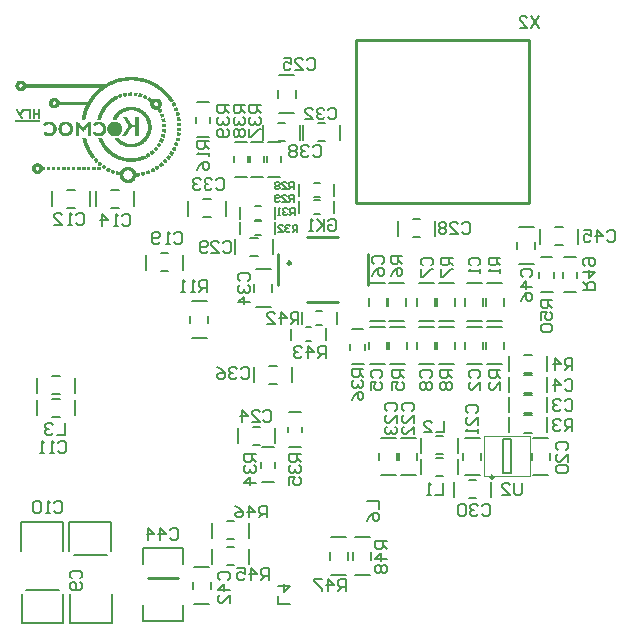
<source format=gbo>
G04*
G04 #@! TF.GenerationSoftware,Altium Limited,Altium Designer,20.0.2 (26)*
G04*
G04 Layer_Color=32896*
%FSLAX44Y44*%
%MOMM*%
G71*
G01*
G75*
%ADD11C,0.2500*%
%ADD12C,0.2540*%
%ADD13C,0.2000*%
%ADD15C,0.1500*%
%ADD176C,0.0500*%
D11*
X2267770Y339690D02*
G03*
X2267770Y339690I-1250J0D01*
G01*
D12*
X2096241Y520890D02*
G03*
X2096241Y520890I-1521J0D01*
G01*
X2085470Y502140D02*
Y528390D01*
X2160970Y502140D02*
Y528390D01*
X2109970Y542890D02*
X2136220D01*
X2109970Y488390D02*
X2136220D01*
X1974820Y254770D02*
X2000220D01*
X2150820Y571640D02*
X2297820D01*
Y709640D01*
X2150820Y571640D02*
Y709640D01*
X2150820D02*
X2297820D01*
D13*
X2275270Y343190D02*
X2282270D01*
X2275270Y372190D02*
X2282270D01*
X2275270Y343190D02*
Y372190D01*
X2282270Y343190D02*
Y372190D01*
X2004520Y217940D02*
Y231910D01*
X1970520Y217940D02*
Y231910D01*
Y217940D02*
X2004520D01*
X1970520Y266200D02*
Y280170D01*
X2004520Y266200D02*
Y280170D01*
X1970520D02*
X2004520D01*
X1909020Y216640D02*
Y240640D01*
X1944520Y216640D02*
Y240640D01*
X1909020Y216640D02*
X1944520D01*
X1908520Y277640D02*
Y301640D01*
X1944020D01*
X1912360Y273640D02*
X1940520D01*
X1944020Y277640D02*
Y301640D01*
X1903020Y277640D02*
Y301640D01*
X1867520Y277640D02*
Y301640D01*
X1903020D01*
X1903520Y216640D02*
Y240640D01*
X1868020Y216640D02*
X1903520D01*
X1871520Y244640D02*
X1899680D01*
X1868020Y216640D02*
Y240640D01*
X2241105Y553971D02*
X2242772Y555637D01*
X2246104D01*
X2247770Y553971D01*
Y547306D01*
X2246104Y545640D01*
X2242772D01*
X2241105Y547306D01*
X2231109Y545640D02*
X2237773D01*
X2231109Y552304D01*
Y553971D01*
X2232775Y555637D01*
X2236107D01*
X2237773Y553971D01*
X2227776D02*
X2226110Y555637D01*
X2222778D01*
X2221112Y553971D01*
Y552304D01*
X2222778Y550638D01*
X2221112Y548972D01*
Y547306D01*
X2222778Y545640D01*
X2226110D01*
X2227776Y547306D01*
Y548972D01*
X2226110Y550638D01*
X2227776Y552304D01*
Y553971D01*
X2226110Y550638D02*
X2222778D01*
X2248189Y518975D02*
X2246523Y520642D01*
Y523974D01*
X2248189Y525640D01*
X2254854D01*
X2256520Y523974D01*
Y520642D01*
X2254854Y518975D01*
X2256520Y515643D02*
Y512311D01*
Y513977D01*
X2246523D01*
X2248189Y515643D01*
Y423975D02*
X2246523Y425642D01*
Y428974D01*
X2248189Y430640D01*
X2254854D01*
X2256520Y428974D01*
Y425642D01*
X2254854Y423975D01*
X2256520Y413979D02*
Y420643D01*
X2249855Y413979D01*
X2248189D01*
X2246523Y415645D01*
Y418977D01*
X2248189Y420643D01*
X2327856Y420971D02*
X2329522Y422637D01*
X2332854D01*
X2334520Y420971D01*
Y414306D01*
X2332854Y412640D01*
X2329522D01*
X2327856Y414306D01*
X2319525Y412640D02*
Y422637D01*
X2324523Y417638D01*
X2317859D01*
X2165189Y423975D02*
X2163523Y425642D01*
Y428974D01*
X2165189Y430640D01*
X2171854D01*
X2173520Y428974D01*
Y425642D01*
X2171854Y423975D01*
X2163523Y413979D02*
Y420643D01*
X2168522D01*
X2166855Y417311D01*
Y415645D01*
X2168522Y413979D01*
X2171854D01*
X2173520Y415645D01*
Y418977D01*
X2171854Y420643D01*
X2166189Y519976D02*
X2164523Y521642D01*
Y524974D01*
X2166189Y526640D01*
X2172854D01*
X2174520Y524974D01*
Y521642D01*
X2172854Y519976D01*
X2164523Y509979D02*
X2166189Y513311D01*
X2169522Y516643D01*
X2172854D01*
X2174520Y514977D01*
Y511645D01*
X2172854Y509979D01*
X2171188D01*
X2169522Y511645D01*
Y516643D01*
X2208189Y518975D02*
X2206523Y520642D01*
Y523974D01*
X2208189Y525640D01*
X2214854D01*
X2216520Y523974D01*
Y520642D01*
X2214854Y518975D01*
X2206523Y515643D02*
Y508979D01*
X2208189D01*
X2214854Y515643D01*
X2216520D01*
X2207189Y423975D02*
X2205523Y425642D01*
Y428974D01*
X2207189Y430640D01*
X2213854D01*
X2215520Y428974D01*
Y425642D01*
X2213854Y423975D01*
X2207189Y420643D02*
X2205523Y418977D01*
Y415645D01*
X2207189Y413979D01*
X2208855D01*
X2210522Y415645D01*
X2212188Y413979D01*
X2213854D01*
X2215520Y415645D01*
Y418977D01*
X2213854Y420643D01*
X2212188D01*
X2210522Y418977D01*
X2208855Y420643D01*
X2207189D01*
X2210522Y418977D02*
Y415645D01*
X2109855Y692971D02*
X2111522Y694637D01*
X2114854D01*
X2116520Y692971D01*
Y686306D01*
X2114854Y684640D01*
X2111522D01*
X2109855Y686306D01*
X2099859Y684640D02*
X2106523D01*
X2099859Y691304D01*
Y692971D01*
X2101525Y694637D01*
X2104857D01*
X2106523Y692971D01*
X2089862Y694637D02*
X2096526D01*
Y689638D01*
X2093194Y691304D01*
X2091528D01*
X2089862Y689638D01*
Y686306D01*
X2091528Y684640D01*
X2094860D01*
X2096526Y686306D01*
X2038855Y537971D02*
X2040522Y539637D01*
X2043854D01*
X2045520Y537971D01*
Y531306D01*
X2043854Y529640D01*
X2040522D01*
X2038855Y531306D01*
X2028859Y529640D02*
X2035523D01*
X2028859Y536305D01*
Y537971D01*
X2030525Y539637D01*
X2033857D01*
X2035523Y537971D01*
X2025526Y531306D02*
X2023860Y529640D01*
X2020528D01*
X2018862Y531306D01*
Y537971D01*
X2020528Y539637D01*
X2023860D01*
X2025526Y537971D01*
Y536305D01*
X2023860Y534638D01*
X2018862D01*
X2127856Y556471D02*
X2129522Y558137D01*
X2132854D01*
X2134520Y556471D01*
Y549806D01*
X2132854Y548140D01*
X2129522D01*
X2127856Y549806D01*
Y553138D01*
X2131188D01*
X2124523Y558137D02*
Y548140D01*
Y551472D01*
X2117859Y558137D01*
X2122857Y553138D01*
X2117859Y548140D01*
X2114527D02*
X2111194D01*
X2112860D01*
Y558137D01*
X2114527Y556471D01*
X2273520Y525640D02*
X2263523D01*
Y520642D01*
X2265189Y518975D01*
X2268522D01*
X2270188Y520642D01*
Y525640D01*
Y522308D02*
X2273520Y518975D01*
Y515643D02*
Y512311D01*
Y513977D01*
X2263523D01*
X2265189Y515643D01*
X2273520Y430640D02*
X2263523D01*
Y425642D01*
X2265189Y423975D01*
X2268522D01*
X2270188Y425642D01*
Y430640D01*
Y427308D02*
X2273520Y423975D01*
Y413979D02*
Y420643D01*
X2266855Y413979D01*
X2265189D01*
X2263523Y415645D01*
Y418977D01*
X2265189Y420643D01*
X2334520Y378640D02*
Y388637D01*
X2329522D01*
X2327856Y386971D01*
Y383638D01*
X2329522Y381972D01*
X2334520D01*
X2331188D02*
X2327856Y378640D01*
X2324523Y386971D02*
X2322857Y388637D01*
X2319525D01*
X2317859Y386971D01*
Y385304D01*
X2319525Y383638D01*
X2321191D01*
X2319525D01*
X2317859Y381972D01*
Y380306D01*
X2319525Y378640D01*
X2322857D01*
X2324523Y380306D01*
X2334520Y430640D02*
Y440637D01*
X2329522D01*
X2327856Y438971D01*
Y435638D01*
X2329522Y433972D01*
X2334520D01*
X2331188D02*
X2327856Y430640D01*
X2319525D02*
Y440637D01*
X2324523Y435638D01*
X2317859D01*
X2191520Y430640D02*
X2181523D01*
Y425642D01*
X2183189Y423975D01*
X2186522D01*
X2188188Y425642D01*
Y430640D01*
Y427308D02*
X2191520Y423975D01*
X2181523Y413979D02*
Y420643D01*
X2186522D01*
X2184855Y417311D01*
Y415645D01*
X2186522Y413979D01*
X2189854D01*
X2191520Y415645D01*
Y418977D01*
X2189854Y420643D01*
X2233520Y525640D02*
X2223523D01*
Y520642D01*
X2225189Y518975D01*
X2228522D01*
X2230188Y520642D01*
Y525640D01*
Y522308D02*
X2233520Y518975D01*
X2223523Y515643D02*
Y508979D01*
X2225189D01*
X2231854Y515643D01*
X2233520D01*
X2232520Y430640D02*
X2222523D01*
Y425642D01*
X2224189Y423975D01*
X2227522D01*
X2229188Y425642D01*
Y430640D01*
Y427308D02*
X2232520Y423975D01*
X2224189Y420643D02*
X2222523Y418977D01*
Y415645D01*
X2224189Y413979D01*
X2225856D01*
X2227522Y415645D01*
X2229188Y413979D01*
X2230854D01*
X2232520Y415645D01*
Y418977D01*
X2230854Y420643D01*
X2229188D01*
X2227522Y418977D01*
X2225856Y420643D01*
X2224189D01*
X2227522Y418977D02*
Y415645D01*
X2070520Y654640D02*
X2060523D01*
Y649642D01*
X2062189Y647975D01*
X2065522D01*
X2067188Y649642D01*
Y654640D01*
Y651308D02*
X2070520Y647975D01*
X2062189Y644643D02*
X2060523Y642977D01*
Y639645D01*
X2062189Y637979D01*
X2063855D01*
X2065522Y639645D01*
Y641311D01*
Y639645D01*
X2067188Y637979D01*
X2068854D01*
X2070520Y639645D01*
Y642977D01*
X2068854Y644643D01*
X2060523Y634646D02*
Y627982D01*
X2062189D01*
X2068854Y634646D01*
X2070520D01*
X2057520Y654640D02*
X2047523D01*
Y649642D01*
X2049189Y647975D01*
X2052522D01*
X2054188Y649642D01*
Y654640D01*
Y651308D02*
X2057520Y647975D01*
X2049189Y644643D02*
X2047523Y642977D01*
Y639645D01*
X2049189Y637979D01*
X2050856D01*
X2052522Y639645D01*
Y641311D01*
Y639645D01*
X2054188Y637979D01*
X2055854D01*
X2057520Y639645D01*
Y642977D01*
X2055854Y644643D01*
X2049189Y634646D02*
X2047523Y632980D01*
Y629648D01*
X2049189Y627982D01*
X2050856D01*
X2052522Y629648D01*
X2054188Y627982D01*
X2055854D01*
X2057520Y629648D01*
Y632980D01*
X2055854Y634646D01*
X2054188D01*
X2052522Y632980D01*
X2050856Y634646D01*
X2049189D01*
X2052522Y632980D02*
Y629648D01*
X2043520Y654640D02*
X2033523D01*
Y649642D01*
X2035189Y647975D01*
X2038522D01*
X2040188Y649642D01*
Y654640D01*
Y651308D02*
X2043520Y647975D01*
X2035189Y644643D02*
X2033523Y642977D01*
Y639645D01*
X2035189Y637979D01*
X2036855D01*
X2038522Y639645D01*
Y641311D01*
Y639645D01*
X2040188Y637979D01*
X2041854D01*
X2043520Y639645D01*
Y642977D01*
X2041854Y644643D01*
Y634646D02*
X2043520Y632980D01*
Y629648D01*
X2041854Y627982D01*
X2035189D01*
X2033523Y629648D01*
Y632980D01*
X2035189Y634646D01*
X2036855D01*
X2038522Y632980D01*
Y627982D01*
X2157520Y431640D02*
X2147523D01*
Y426642D01*
X2149189Y424976D01*
X2152522D01*
X2154188Y426642D01*
Y431640D01*
Y428308D02*
X2157520Y424976D01*
X2149189Y421643D02*
X2147523Y419977D01*
Y416645D01*
X2149189Y414979D01*
X2150856D01*
X2152522Y416645D01*
Y418311D01*
Y416645D01*
X2154188Y414979D01*
X2155854D01*
X2157520Y416645D01*
Y419977D01*
X2155854Y421643D01*
X2147523Y404982D02*
X2149189Y408314D01*
X2152522Y411646D01*
X2155854D01*
X2157520Y409980D01*
Y406648D01*
X2155854Y404982D01*
X2154188D01*
X2152522Y406648D01*
Y411646D01*
X2102520Y469640D02*
Y479637D01*
X2097522D01*
X2095856Y477971D01*
Y474638D01*
X2097522Y472972D01*
X2102520D01*
X2099188D02*
X2095856Y469640D01*
X2087525D02*
Y479637D01*
X2092523Y474638D01*
X2085859D01*
X2075862Y469640D02*
X2082526D01*
X2075862Y476305D01*
Y477971D01*
X2077528Y479637D01*
X2080860D01*
X2082526Y477971D01*
X2125520Y440640D02*
Y450637D01*
X2120522D01*
X2118855Y448971D01*
Y445638D01*
X2120522Y443972D01*
X2125520D01*
X2122188D02*
X2118855Y440640D01*
X2110525D02*
Y450637D01*
X2115523Y445638D01*
X2108859D01*
X2105526Y448971D02*
X2103860Y450637D01*
X2100528D01*
X2098862Y448971D01*
Y447304D01*
X2100528Y445638D01*
X2102194D01*
X2100528D01*
X2098862Y443972D01*
Y442306D01*
X2100528Y440640D01*
X2103860D01*
X2105526Y442306D01*
X2098520Y572890D02*
Y578888D01*
X2095521D01*
X2094521Y577888D01*
Y575889D01*
X2095521Y574889D01*
X2098520D01*
X2096521D02*
X2094521Y572890D01*
X2088523D02*
X2092522D01*
X2088523Y576889D01*
Y577888D01*
X2089523Y578888D01*
X2091522D01*
X2092522Y577888D01*
X2086524Y573890D02*
X2085524Y572890D01*
X2083525D01*
X2082525Y573890D01*
Y577888D01*
X2083525Y578888D01*
X2085524D01*
X2086524Y577888D01*
Y576889D01*
X2085524Y575889D01*
X2082525D01*
X2099270Y561640D02*
Y567638D01*
X2096271D01*
X2095271Y566638D01*
Y564639D01*
X2096271Y563639D01*
X2099270D01*
X2097271D02*
X2095271Y561640D01*
X2093272Y566638D02*
X2092272Y567638D01*
X2090273D01*
X2089273Y566638D01*
Y565639D01*
X2090273Y564639D01*
X2091273D01*
X2090273D01*
X2089273Y563639D01*
Y562640D01*
X2090273Y561640D01*
X2092272D01*
X2093272Y562640D01*
X2087274Y561640D02*
X2085275D01*
X2086274D01*
Y567638D01*
X2087274Y566638D01*
X2101520Y547390D02*
Y553388D01*
X2098521D01*
X2097521Y552388D01*
Y550389D01*
X2098521Y549389D01*
X2101520D01*
X2099521D02*
X2097521Y547390D01*
X2095522Y552388D02*
X2094522Y553388D01*
X2092523D01*
X2091523Y552388D01*
Y551389D01*
X2092523Y550389D01*
X2093523D01*
X2092523D01*
X2091523Y549389D01*
Y548390D01*
X2092523Y547390D01*
X2094522D01*
X2095522Y548390D01*
X2085525Y547390D02*
X2089524D01*
X2085525Y551389D01*
Y552388D01*
X2086525Y553388D01*
X2088524D01*
X2089524Y552388D01*
X2127856Y650971D02*
X2129522Y652637D01*
X2132854D01*
X2134520Y650971D01*
Y644306D01*
X2132854Y642640D01*
X2129522D01*
X2127856Y644306D01*
X2124523Y650971D02*
X2122857Y652637D01*
X2119525D01*
X2117859Y650971D01*
Y649305D01*
X2119525Y647638D01*
X2121191D01*
X2119525D01*
X2117859Y645972D01*
Y644306D01*
X2119525Y642640D01*
X2122857D01*
X2124523Y644306D01*
X2107862Y642640D02*
X2114527D01*
X2107862Y649305D01*
Y650971D01*
X2109528Y652637D01*
X2112860D01*
X2114527Y650971D01*
X2032955Y591515D02*
X2034622Y593181D01*
X2037954D01*
X2039620Y591515D01*
Y584850D01*
X2037954Y583184D01*
X2034622D01*
X2032955Y584850D01*
X2029623Y591515D02*
X2027957Y593181D01*
X2024625D01*
X2022959Y591515D01*
Y589849D01*
X2024625Y588182D01*
X2026291D01*
X2024625D01*
X2022959Y586516D01*
Y584850D01*
X2024625Y583184D01*
X2027957D01*
X2029623Y584850D01*
X2019626Y591515D02*
X2017960Y593181D01*
X2014628D01*
X2012962Y591515D01*
Y589849D01*
X2014628Y588182D01*
X2016294D01*
X2014628D01*
X2012962Y586516D01*
Y584850D01*
X2014628Y583184D01*
X2017960D01*
X2019626Y584850D01*
X2053189Y505975D02*
X2051523Y507642D01*
Y510974D01*
X2053189Y512640D01*
X2059854D01*
X2061520Y510974D01*
Y507642D01*
X2059854Y505975D01*
X2053189Y502643D02*
X2051523Y500977D01*
Y497645D01*
X2053189Y495979D01*
X2054855D01*
X2056522Y497645D01*
Y499311D01*
Y497645D01*
X2058188Y495979D01*
X2059854D01*
X2061520Y497645D01*
Y500977D01*
X2059854Y502643D01*
X2061520Y487648D02*
X2051523D01*
X2056522Y492646D01*
Y485982D01*
X2053855Y430971D02*
X2055522Y432637D01*
X2058854D01*
X2060520Y430971D01*
Y424306D01*
X2058854Y422640D01*
X2055522D01*
X2053855Y424306D01*
X2050523Y430971D02*
X2048857Y432637D01*
X2045525D01*
X2043859Y430971D01*
Y429305D01*
X2045525Y427638D01*
X2047191D01*
X2045525D01*
X2043859Y425972D01*
Y424306D01*
X2045525Y422640D01*
X2048857D01*
X2050523Y424306D01*
X2033862Y432637D02*
X2037194Y430971D01*
X2040526Y427638D01*
Y424306D01*
X2038860Y422640D01*
X2035528D01*
X2033862Y424306D01*
Y425972D01*
X2035528Y427638D01*
X2040526D01*
X2114855Y618971D02*
X2116522Y620637D01*
X2119854D01*
X2121520Y618971D01*
Y612306D01*
X2119854Y610640D01*
X2116522D01*
X2114855Y612306D01*
X2111523Y618971D02*
X2109857Y620637D01*
X2106525D01*
X2104859Y618971D01*
Y617304D01*
X2106525Y615638D01*
X2108191D01*
X2106525D01*
X2104859Y613972D01*
Y612306D01*
X2106525Y610640D01*
X2109857D01*
X2111523Y612306D01*
X2101526Y618971D02*
X2099860Y620637D01*
X2096528D01*
X2094862Y618971D01*
Y617304D01*
X2096528Y615638D01*
X2094862Y613972D01*
Y612306D01*
X2096528Y610640D01*
X2099860D01*
X2101526Y612306D01*
Y613972D01*
X2099860Y615638D01*
X2101526Y617304D01*
Y618971D01*
X2099860Y615638D02*
X2096528D01*
X2291520Y334637D02*
Y326306D01*
X2289854Y324640D01*
X2286522D01*
X2284855Y326306D01*
Y334637D01*
X2274859Y324640D02*
X2281523D01*
X2274859Y331305D01*
Y332971D01*
X2276525Y334637D01*
X2279857D01*
X2281523Y332971D01*
X2317520Y489640D02*
X2307523D01*
Y484642D01*
X2309189Y482976D01*
X2312522D01*
X2314188Y484642D01*
Y489640D01*
Y486308D02*
X2317520Y482976D01*
X2307523Y472979D02*
Y479643D01*
X2312522D01*
X2310856Y476311D01*
Y474645D01*
X2312522Y472979D01*
X2315854D01*
X2317520Y474645D01*
Y477977D01*
X2315854Y479643D01*
X2309189Y469646D02*
X2307523Y467980D01*
Y464648D01*
X2309189Y462982D01*
X2315854D01*
X2317520Y464648D01*
Y467980D01*
X2315854Y469646D01*
X2309189D01*
X2343520Y498640D02*
X2353517D01*
Y503638D01*
X2351851Y505304D01*
X2348518D01*
X2346852Y503638D01*
Y498640D01*
Y501972D02*
X2343520Y505304D01*
Y513635D02*
X2353517D01*
X2348518Y508637D01*
Y515301D01*
X2345186Y518634D02*
X2343520Y520300D01*
Y523632D01*
X2345186Y525298D01*
X2351851D01*
X2353517Y523632D01*
Y520300D01*
X2351851Y518634D01*
X2350184D01*
X2348518Y520300D01*
Y525298D01*
X2177520Y285640D02*
X2167523D01*
Y280642D01*
X2169189Y278976D01*
X2172522D01*
X2174188Y280642D01*
Y285640D01*
Y282308D02*
X2177520Y278976D01*
Y270645D02*
X2167523D01*
X2172522Y275643D01*
Y268979D01*
X2169189Y265646D02*
X2167523Y263980D01*
Y260648D01*
X2169189Y258982D01*
X2170856D01*
X2172522Y260648D01*
X2174188Y258982D01*
X2175854D01*
X2177520Y260648D01*
Y263980D01*
X2175854Y265646D01*
X2174188D01*
X2172522Y263980D01*
X2170856Y265646D01*
X2169189D01*
X2172522Y263980D02*
Y260648D01*
X2142520Y243640D02*
Y253637D01*
X2137522D01*
X2135856Y251971D01*
Y248638D01*
X2137522Y246972D01*
X2142520D01*
X2139188D02*
X2135856Y243640D01*
X2127525D02*
Y253637D01*
X2132523Y248638D01*
X2125859D01*
X2122526Y253637D02*
X2115862D01*
Y251971D01*
X2122526Y245306D01*
Y243640D01*
X2075520Y305640D02*
Y315637D01*
X2070522D01*
X2068855Y313971D01*
Y310638D01*
X2070522Y308972D01*
X2075520D01*
X2072188D02*
X2068855Y305640D01*
X2060525D02*
Y315637D01*
X2065523Y310638D01*
X2058859D01*
X2048862Y315637D02*
X2052194Y313971D01*
X2055526Y310638D01*
Y307306D01*
X2053860Y305640D01*
X2050528D01*
X2048862Y307306D01*
Y308972D01*
X2050528Y310638D01*
X2055526D01*
X2077520Y252640D02*
Y262637D01*
X2072522D01*
X2070856Y260971D01*
Y257638D01*
X2072522Y255972D01*
X2077520D01*
X2074188D02*
X2070856Y252640D01*
X2062525D02*
Y262637D01*
X2067523Y257638D01*
X2060859D01*
X2050862Y262637D02*
X2057526D01*
Y257638D01*
X2054194Y259305D01*
X2052528D01*
X2050862Y257638D01*
Y254306D01*
X2052528Y252640D01*
X2055860D01*
X2057526Y254306D01*
X2024888Y496824D02*
Y506821D01*
X2019890D01*
X2018224Y505155D01*
Y501822D01*
X2019890Y500156D01*
X2024888D01*
X2021556D02*
X2018224Y496824D01*
X2014891D02*
X2011559D01*
X2013225D01*
Y506821D01*
X2014891Y505155D01*
X2006561Y496824D02*
X2003228D01*
X2004894D01*
Y506821D01*
X2006561Y505155D01*
X2160523Y319640D02*
X2170520D01*
Y312976D01*
X2160523Y302979D02*
X2162189Y306311D01*
X2165522Y309643D01*
X2168854D01*
X2170520Y307977D01*
Y304645D01*
X2168854Y302979D01*
X2167188D01*
X2165522Y304645D01*
Y309643D01*
X2095517Y232640D02*
X2085520D01*
Y239305D01*
Y247635D02*
X2095517D01*
X2090518Y242637D01*
Y249301D01*
X2225520Y387637D02*
Y377640D01*
X2218855D01*
X2208859D02*
X2215523D01*
X2208859Y384305D01*
Y385971D01*
X2210525Y387637D01*
X2213857D01*
X2215523Y385971D01*
X2224520Y334637D02*
Y324640D01*
X2217856D01*
X2214523D02*
X2211191D01*
X2212857D01*
Y334637D01*
X2214523Y332971D01*
X2292189Y508975D02*
X2290523Y510642D01*
Y513974D01*
X2292189Y515640D01*
X2298854D01*
X2300520Y513974D01*
Y510642D01*
X2298854Y508975D01*
X2300520Y500645D02*
X2290523D01*
X2295522Y505643D01*
Y498979D01*
X2290523Y488982D02*
X2292189Y492314D01*
X2295522Y495646D01*
X2298854D01*
X2300520Y493980D01*
Y490648D01*
X2298854Y488982D01*
X2297188D01*
X2295522Y490648D01*
Y495646D01*
X2363855Y546971D02*
X2365522Y548637D01*
X2368854D01*
X2370520Y546971D01*
Y540306D01*
X2368854Y538640D01*
X2365522D01*
X2363855Y540306D01*
X2355525Y538640D02*
Y548637D01*
X2360523Y543638D01*
X2353859D01*
X2343862Y548637D02*
X2350526D01*
Y543638D01*
X2347194Y545304D01*
X2345528D01*
X2343862Y543638D01*
Y540306D01*
X2345528Y538640D01*
X2348860D01*
X2350526Y540306D01*
X1993855Y294971D02*
X1995522Y296637D01*
X1998854D01*
X2000520Y294971D01*
Y288306D01*
X1998854Y286640D01*
X1995522D01*
X1993855Y288306D01*
X1985525Y286640D02*
Y296637D01*
X1990523Y291638D01*
X1983859D01*
X1975528Y286640D02*
Y296637D01*
X1980526Y291638D01*
X1973862D01*
X2036189Y252976D02*
X2034523Y254642D01*
Y257974D01*
X2036189Y259640D01*
X2042854D01*
X2044520Y257974D01*
Y254642D01*
X2042854Y252976D01*
X2044520Y244645D02*
X2034523D01*
X2039522Y249643D01*
Y242979D01*
X2044520Y232982D02*
Y239646D01*
X2037856Y232982D01*
X2036189D01*
X2034523Y234648D01*
Y237980D01*
X2036189Y239646D01*
X2072856Y394971D02*
X2074522Y396637D01*
X2077854D01*
X2079520Y394971D01*
Y388306D01*
X2077854Y386640D01*
X2074522D01*
X2072856Y388306D01*
X2062859Y386640D02*
X2069523D01*
X2062859Y393304D01*
Y394971D01*
X2064525Y396637D01*
X2067857D01*
X2069523Y394971D01*
X2054528Y386640D02*
Y396637D01*
X2059526Y391638D01*
X2052862D01*
X2177189Y395975D02*
X2175523Y397642D01*
Y400974D01*
X2177189Y402640D01*
X2183854D01*
X2185520Y400974D01*
Y397642D01*
X2183854Y395975D01*
X2185520Y385979D02*
Y392643D01*
X2178855Y385979D01*
X2177189D01*
X2175523Y387645D01*
Y390977D01*
X2177189Y392643D01*
Y382646D02*
X2175523Y380980D01*
Y377648D01*
X2177189Y375982D01*
X2178855D01*
X2180522Y377648D01*
Y379314D01*
Y377648D01*
X2182188Y375982D01*
X2183854D01*
X2185520Y377648D01*
Y380980D01*
X2183854Y382646D01*
X2192189Y395975D02*
X2190523Y397642D01*
Y400974D01*
X2192189Y402640D01*
X2198854D01*
X2200520Y400974D01*
Y397642D01*
X2198854Y395975D01*
X2200520Y385979D02*
Y392643D01*
X2193855Y385979D01*
X2192189D01*
X2190523Y387645D01*
Y390977D01*
X2192189Y392643D01*
X2200520Y375982D02*
Y382646D01*
X2193855Y375982D01*
X2192189D01*
X2190523Y377648D01*
Y380980D01*
X2192189Y382646D01*
X2246189Y393975D02*
X2244523Y395642D01*
Y398974D01*
X2246189Y400640D01*
X2252854D01*
X2254520Y398974D01*
Y395642D01*
X2252854Y393975D01*
X2254520Y383979D02*
Y390643D01*
X2247856Y383979D01*
X2246189D01*
X2244523Y385645D01*
Y388977D01*
X2246189Y390643D01*
X2254520Y380646D02*
Y377314D01*
Y378980D01*
X2244523D01*
X2246189Y380646D01*
X2322189Y362976D02*
X2320523Y364642D01*
Y367974D01*
X2322189Y369640D01*
X2328854D01*
X2330520Y367974D01*
Y364642D01*
X2328854Y362976D01*
X2330520Y352979D02*
Y359643D01*
X2323855Y352979D01*
X2322189D01*
X2320523Y354645D01*
Y357977D01*
X2322189Y359643D01*
Y349646D02*
X2320523Y347980D01*
Y344648D01*
X2322189Y342982D01*
X2328854D01*
X2330520Y344648D01*
Y347980D01*
X2328854Y349646D01*
X2322189D01*
X1996888Y545541D02*
X1998554Y547207D01*
X2001886D01*
X2003552Y545541D01*
Y538876D01*
X2001886Y537210D01*
X1998554D01*
X1996888Y538876D01*
X1993555Y537210D02*
X1990223D01*
X1991889D01*
Y547207D01*
X1993555Y545541D01*
X1985225Y538876D02*
X1983558Y537210D01*
X1980226D01*
X1978560Y538876D01*
Y545541D01*
X1980226Y547207D01*
X1983558D01*
X1985225Y545541D01*
Y543875D01*
X1983558Y542208D01*
X1978560D01*
X1952856Y560971D02*
X1954522Y562637D01*
X1957854D01*
X1959520Y560971D01*
Y554306D01*
X1957854Y552640D01*
X1954522D01*
X1952856Y554306D01*
X1949523Y552640D02*
X1946191D01*
X1947857D01*
Y562637D01*
X1949523Y560971D01*
X1936194Y552640D02*
Y562637D01*
X1941193Y557638D01*
X1934528D01*
X1913855Y561971D02*
X1915522Y563637D01*
X1918854D01*
X1920520Y561971D01*
Y555306D01*
X1918854Y553640D01*
X1915522D01*
X1913855Y555306D01*
X1910523Y553640D02*
X1907191D01*
X1908857D01*
Y563637D01*
X1910523Y561971D01*
X1895528Y553640D02*
X1902193D01*
X1895528Y560304D01*
Y561971D01*
X1897194Y563637D01*
X1900526D01*
X1902193Y561971D01*
X1910689Y253976D02*
X1909023Y255642D01*
Y258974D01*
X1910689Y260640D01*
X1917354D01*
X1919020Y258974D01*
Y255642D01*
X1917354Y253976D01*
Y250643D02*
X1919020Y248977D01*
Y245645D01*
X1917354Y243979D01*
X1910689D01*
X1909023Y245645D01*
Y248977D01*
X1910689Y250643D01*
X1912355D01*
X1914022Y248977D01*
Y243979D01*
X1898855Y368971D02*
X1900522Y370637D01*
X1903854D01*
X1905520Y368971D01*
Y362306D01*
X1903854Y360640D01*
X1900522D01*
X1898855Y362306D01*
X1895523Y360640D02*
X1892191D01*
X1893857D01*
Y370637D01*
X1895523Y368971D01*
X1887193Y360640D02*
X1883860D01*
X1885526D01*
Y370637D01*
X1887193Y368971D01*
X2190520Y526640D02*
X2180523D01*
Y521642D01*
X2182189Y519976D01*
X2185522D01*
X2187188Y521642D01*
Y526640D01*
Y523308D02*
X2190520Y519976D01*
X2180523Y509979D02*
X2182189Y513311D01*
X2185522Y516643D01*
X2188854D01*
X2190520Y514977D01*
Y511645D01*
X2188854Y509979D01*
X2187188D01*
X2185522Y511645D01*
Y516643D01*
X2098520Y583640D02*
Y589638D01*
X2095521D01*
X2094521Y588638D01*
Y586639D01*
X2095521Y585639D01*
X2098520D01*
X2096521D02*
X2094521Y583640D01*
X2088523D02*
X2092522D01*
X2088523Y587639D01*
Y588638D01*
X2089523Y589638D01*
X2091522D01*
X2092522Y588638D01*
X2086524D02*
X2085524Y589638D01*
X2083525D01*
X2082525Y588638D01*
Y587639D01*
X2083525Y586639D01*
X2082525Y585639D01*
Y584640D01*
X2083525Y583640D01*
X2085524D01*
X2086524Y584640D01*
Y585639D01*
X2085524Y586639D01*
X2086524Y587639D01*
Y588638D01*
X2085524Y586639D02*
X2083525D01*
X2327856Y403971D02*
X2329522Y405637D01*
X2332854D01*
X2334520Y403971D01*
Y397306D01*
X2332854Y395640D01*
X2329522D01*
X2327856Y397306D01*
X2324523Y403971D02*
X2322857Y405637D01*
X2319525D01*
X2317859Y403971D01*
Y402304D01*
X2319525Y400638D01*
X2321191D01*
X2319525D01*
X2317859Y398972D01*
Y397306D01*
X2319525Y395640D01*
X2322857D01*
X2324523Y397306D01*
X2306320Y730341D02*
X2299655Y720344D01*
Y730341D02*
X2306320Y720344D01*
X2289659D02*
X2296323D01*
X2289659Y727009D01*
Y728675D01*
X2291325Y730341D01*
X2294657D01*
X2296323Y728675D01*
X2257856Y314971D02*
X2259522Y316637D01*
X2262854D01*
X2264520Y314971D01*
Y308306D01*
X2262854Y306640D01*
X2259522D01*
X2257856Y308306D01*
X2254523Y314971D02*
X2252857Y316637D01*
X2249525D01*
X2247859Y314971D01*
Y313305D01*
X2249525Y311638D01*
X2251191D01*
X2249525D01*
X2247859Y309972D01*
Y308306D01*
X2249525Y306640D01*
X2252857D01*
X2254523Y308306D01*
X2244526Y314971D02*
X2242860Y316637D01*
X2239528D01*
X2237862Y314971D01*
Y308306D01*
X2239528Y306640D01*
X2242860D01*
X2244526Y308306D01*
Y314971D01*
X1904520Y385637D02*
Y375640D01*
X1897856D01*
X1894523Y383971D02*
X1892857Y385637D01*
X1889525D01*
X1887859Y383971D01*
Y382304D01*
X1889525Y380638D01*
X1891191D01*
X1889525D01*
X1887859Y378972D01*
Y377306D01*
X1889525Y375640D01*
X1892857D01*
X1894523Y377306D01*
X2066520Y359640D02*
X2056523D01*
Y354642D01*
X2058189Y352976D01*
X2061522D01*
X2063188Y354642D01*
Y359640D01*
Y356308D02*
X2066520Y352976D01*
X2058189Y349643D02*
X2056523Y347977D01*
Y344645D01*
X2058189Y342979D01*
X2059855D01*
X2061522Y344645D01*
Y346311D01*
Y344645D01*
X2063188Y342979D01*
X2064854D01*
X2066520Y344645D01*
Y347977D01*
X2064854Y349643D01*
X2066520Y334648D02*
X2056523D01*
X2061522Y339646D01*
Y332982D01*
X2104520Y359640D02*
X2094523D01*
Y354642D01*
X2096189Y352976D01*
X2099522D01*
X2101188Y354642D01*
Y359640D01*
Y356308D02*
X2104520Y352976D01*
X2096189Y349643D02*
X2094523Y347977D01*
Y344645D01*
X2096189Y342979D01*
X2097856D01*
X2099522Y344645D01*
Y346311D01*
Y344645D01*
X2101188Y342979D01*
X2102854D01*
X2104520Y344645D01*
Y347977D01*
X2102854Y349643D01*
X2094523Y332982D02*
Y339646D01*
X2099522D01*
X2097856Y336314D01*
Y334648D01*
X2099522Y332982D01*
X2102854D01*
X2104520Y334648D01*
Y337980D01*
X2102854Y339646D01*
X2026520Y624640D02*
X2016523D01*
Y619642D01*
X2018189Y617976D01*
X2021522D01*
X2023188Y619642D01*
Y624640D01*
Y621308D02*
X2026520Y617976D01*
Y614643D02*
Y611311D01*
Y612977D01*
X2016523D01*
X2018189Y614643D01*
X2016523Y599648D02*
X2018189Y602980D01*
X2021522Y606313D01*
X2024854D01*
X2026520Y604646D01*
Y601314D01*
X2024854Y599648D01*
X2023188D01*
X2021522Y601314D01*
Y606313D01*
X1895795Y317957D02*
X1897462Y319623D01*
X1900794D01*
X1902460Y317957D01*
Y311292D01*
X1900794Y309626D01*
X1897462D01*
X1895795Y311292D01*
X1892463Y309626D02*
X1889131D01*
X1890797D01*
Y319623D01*
X1892463Y317957D01*
X1884133D02*
X1882466Y319623D01*
X1879134D01*
X1877468Y317957D01*
Y311292D01*
X1879134Y309626D01*
X1882466D01*
X1884133Y311292D01*
Y317957D01*
D15*
X2199090Y558260D02*
X2205440D01*
X2199090Y543020D02*
X2205440D01*
X2218140Y544290D02*
Y556990D01*
X2186390Y544290D02*
Y556990D01*
X2053158Y545565D02*
Y555565D01*
X2082770Y545640D02*
Y555640D01*
X2065520Y544640D02*
X2070520D01*
X2065520Y556640D02*
X2070520D01*
X2061870Y542260D02*
X2068220D01*
X2061870Y527020D02*
X2068220D01*
X2080920Y528290D02*
Y540990D01*
X2049170Y528290D02*
Y540990D01*
X2065520Y569640D02*
X2070520D01*
X2065520Y557640D02*
X2070520D01*
X2082770Y558640D02*
Y568640D01*
X2053158Y558565D02*
Y568565D01*
X1925870Y569290D02*
Y581990D01*
X1894120Y569290D02*
Y581990D01*
X1906820Y583260D02*
X1913170D01*
X1906820Y568020D02*
X1913170D01*
X1943820D02*
X1950170D01*
X1943820Y583260D02*
X1950170D01*
X1931120Y569290D02*
Y581990D01*
X1962870Y569290D02*
Y581990D01*
X2016445Y657002D02*
X2026445D01*
X2016520Y627390D02*
X2026520D01*
X2015520Y639640D02*
Y644640D01*
X2027520Y639640D02*
Y644640D01*
X2047520Y606640D02*
Y611640D01*
X2059520Y606640D02*
Y611640D01*
X2048520Y623890D02*
X2058520D01*
X2048595Y594278D02*
X2058595D01*
X2062595D02*
X2072595D01*
X2062520Y623890D02*
X2072520D01*
X2073520Y606640D02*
Y611640D01*
X2061520Y606640D02*
Y611640D01*
X2075520Y606640D02*
Y611640D01*
X2087520Y606640D02*
Y611640D01*
X2076520Y623890D02*
X2086520D01*
X2076595Y594278D02*
X2086595D01*
X2103870Y625290D02*
Y637990D01*
X2072120Y625290D02*
Y637990D01*
X2084820Y639260D02*
X2091170D01*
X2084820Y624020D02*
X2091170D01*
X2106170Y625290D02*
Y637990D01*
X2137920Y625290D02*
Y637990D01*
X2118870Y624020D02*
X2125220D01*
X2118870Y639260D02*
X2125220D01*
X2086170Y679990D02*
X2098870D01*
X2086170Y648240D02*
X2098870D01*
X2084900Y660940D02*
Y667290D01*
X2100140Y660940D02*
Y667290D01*
X2115520Y588640D02*
X2120520D01*
X2115520Y576640D02*
X2120520D01*
X2132770Y577640D02*
Y587640D01*
X2103158Y577565D02*
Y587565D01*
Y563565D02*
Y573565D01*
X2132770Y563640D02*
Y573640D01*
X2115520Y562640D02*
X2120520D01*
X2115520Y574640D02*
X2120520D01*
X2066170Y515990D02*
X2078870D01*
X2066170Y484240D02*
X2078870D01*
X2064900Y496940D02*
Y503290D01*
X2080140Y496940D02*
Y503290D01*
X2147595Y435278D02*
X2157595D01*
X2147520Y464890D02*
X2157520D01*
X2158520Y447640D02*
Y452640D01*
X2146520Y447640D02*
Y452640D01*
X2096870Y420290D02*
Y432990D01*
X2065120Y420290D02*
Y432990D01*
X2077820Y434260D02*
X2084170D01*
X2077820Y419020D02*
X2084170D01*
X2108520Y466640D02*
X2113520D01*
X2108520Y454640D02*
X2113520D01*
X2125770Y455640D02*
Y465640D01*
X2096158Y455565D02*
Y465565D01*
X2117520Y480640D02*
X2122520D01*
X2117520Y468640D02*
X2122520D01*
X2134770Y469640D02*
Y479640D01*
X2105158Y469565D02*
Y479565D01*
X2219900Y447990D02*
Y454340D01*
X2235140Y447990D02*
Y454340D01*
X2221170Y467040D02*
X2233870D01*
X2221170Y435290D02*
X2233870D01*
X2204170Y466990D02*
X2216870D01*
X2204170Y435240D02*
X2216870D01*
X2202900Y447940D02*
Y454290D01*
X2218140Y447940D02*
Y454290D01*
X2177140Y447940D02*
Y454290D01*
X2161900Y447940D02*
Y454290D01*
X2163170Y435240D02*
X2175870D01*
X2163170Y466990D02*
X2175870D01*
X2180170Y435290D02*
X2192870D01*
X2180170Y467040D02*
X2192870D01*
X2194140Y447990D02*
Y454340D01*
X2178900Y447990D02*
Y454340D01*
X2163170Y472290D02*
X2175870D01*
X2163170Y504040D02*
X2175870D01*
X2177140Y484990D02*
Y491340D01*
X2161900Y484990D02*
Y491340D01*
X2193140Y484940D02*
Y491290D01*
X2177900Y484940D02*
Y491290D01*
X2179170Y472240D02*
X2191870D01*
X2179170Y503990D02*
X2191870D01*
X2202900Y484990D02*
Y491340D01*
X2218140Y484990D02*
Y491340D01*
X2204170Y504040D02*
X2216870D01*
X2204170Y472290D02*
X2216870D01*
X2221170Y503990D02*
X2233870D01*
X2221170Y472240D02*
X2233870D01*
X2219900Y484940D02*
Y491290D01*
X2235140Y484940D02*
Y491290D01*
X2289170Y551990D02*
X2301870D01*
X2289170Y520240D02*
X2301870D01*
X2287900Y532940D02*
Y539290D01*
X2303140Y532940D02*
Y539290D01*
X2319870Y551260D02*
X2326220D01*
X2319870Y536020D02*
X2326220D01*
X2338920Y537290D02*
Y549990D01*
X2307170Y537290D02*
Y549990D01*
X2306520Y508790D02*
Y513790D01*
X2318520Y508790D02*
Y513790D01*
X2307520Y526040D02*
X2317520D01*
X2307595Y496428D02*
X2317595D01*
X2293870Y443260D02*
X2300220D01*
X2293870Y428020D02*
X2300220D01*
X2312920Y429290D02*
Y441990D01*
X2281170Y429290D02*
Y441990D01*
X2312870Y412186D02*
Y424886D01*
X2281120Y412186D02*
Y424886D01*
X2293820Y426156D02*
X2300170D01*
X2293820Y410916D02*
X2300170D01*
X2293820Y393916D02*
X2300170D01*
X2293820Y409156D02*
X2300170D01*
X2281120Y395186D02*
Y407886D01*
X2312870Y395186D02*
Y407886D01*
X2281170Y378186D02*
Y390886D01*
X2312920Y378186D02*
Y390886D01*
X2293870Y376916D02*
X2300220D01*
X2293870Y392156D02*
X2300220D01*
X2299900Y353990D02*
Y360340D01*
X2315140Y353990D02*
Y360340D01*
X2301170Y373040D02*
X2313870D01*
X2301170Y341290D02*
X2313870D01*
X2243170Y373040D02*
X2255870D01*
X2243170Y341290D02*
X2255870D01*
X2241900Y353990D02*
Y360340D01*
X2257140Y353990D02*
Y360340D01*
X2246870Y337260D02*
X2253220D01*
X2246870Y322020D02*
X2253220D01*
X2265920Y323290D02*
Y335990D01*
X2234170Y323290D02*
Y335990D01*
X2218870Y356310D02*
X2225220D01*
X2218870Y341070D02*
X2225220D01*
X2237920Y342340D02*
Y355040D01*
X2206170Y342340D02*
Y355040D01*
X2203140Y353990D02*
Y360340D01*
X2187900Y353990D02*
Y360340D01*
X2189170Y341290D02*
X2201870D01*
X2189170Y373040D02*
X2201870D01*
X2172170D02*
X2184870D01*
X2172170Y341290D02*
X2184870D01*
X2170900Y353990D02*
Y360340D01*
X2186140Y353990D02*
Y360340D01*
X2012900Y244990D02*
Y251340D01*
X2028140Y244990D02*
Y251340D01*
X2014170Y264040D02*
X2026870D01*
X2014170Y232290D02*
X2026870D01*
X2094595Y365278D02*
X2104595D01*
X2094520Y394890D02*
X2104520D01*
X2105520Y377640D02*
Y382640D01*
X2093520Y377640D02*
Y382640D01*
X2071595Y335278D02*
X2081595D01*
X2071520Y364890D02*
X2081520D01*
X2082520Y347640D02*
Y352640D01*
X2070520Y347640D02*
Y352640D01*
X2063870Y382260D02*
X2070220D01*
X2063870Y367020D02*
X2070220D01*
X2082920Y368290D02*
Y380990D01*
X2051170Y368290D02*
Y380990D01*
X1893870Y425260D02*
X1900220D01*
X1893870Y410020D02*
X1900220D01*
X1912920Y411290D02*
Y423990D01*
X1881170Y411290D02*
Y423990D01*
X2245170Y466990D02*
X2257870D01*
X2245170Y435240D02*
X2257870D01*
X2243900Y447940D02*
Y454290D01*
X2259140Y447940D02*
Y454290D01*
X2243900Y484990D02*
Y491340D01*
X2259140Y484990D02*
Y491340D01*
X2245170Y504040D02*
X2257870D01*
X2245170Y472290D02*
X2257870D01*
X2260900Y447990D02*
Y454340D01*
X2276140Y447990D02*
Y454340D01*
X2262170Y467040D02*
X2274870D01*
X2262170Y435290D02*
X2274870D01*
X2262170Y503990D02*
X2274870D01*
X2262170Y472240D02*
X2274870D01*
X2260900Y484940D02*
Y491290D01*
X2276140Y484940D02*
Y491290D01*
X2009170Y561290D02*
Y573990D01*
X2040920Y561290D02*
Y573990D01*
X2021870Y560020D02*
X2028220D01*
X2021870Y575260D02*
X2028220D01*
X2326520Y508790D02*
Y513790D01*
X2338520Y508790D02*
Y513790D01*
X2327520Y526040D02*
X2337520D01*
X2327595Y496428D02*
X2337595D01*
X2164140Y269940D02*
Y276290D01*
X2148900Y269940D02*
Y276290D01*
X2150170Y257240D02*
X2162870D01*
X2150170Y288990D02*
X2162870D01*
X2130170D02*
X2142870D01*
X2130170Y257240D02*
X2142870D01*
X2128900Y269940D02*
Y276290D01*
X2144140Y269940D02*
Y276290D01*
X2041870Y302260D02*
X2048220D01*
X2041870Y287020D02*
X2048220D01*
X2060920Y288290D02*
Y300990D01*
X2029170Y288290D02*
Y300990D01*
Y266290D02*
Y278990D01*
X2060920Y266290D02*
Y278990D01*
X2041870Y265020D02*
X2048220D01*
X2041870Y280260D02*
X2048220D01*
X2026140Y469940D02*
Y476290D01*
X2010900Y469940D02*
Y476290D01*
X2012170Y457240D02*
X2024870D01*
X2012170Y488990D02*
X2024870D01*
X2218870Y374310D02*
X2225220D01*
X2218870Y359070D02*
X2225220D01*
X2237920Y360340D02*
Y373040D01*
X2206170Y360340D02*
Y373040D01*
X1985820Y514020D02*
X1992170D01*
X1985820Y529260D02*
X1992170D01*
X1973120Y515290D02*
Y527990D01*
X2004870Y515290D02*
Y527990D01*
X1881170Y392290D02*
Y404990D01*
X1912920Y392290D02*
Y404990D01*
X1893870Y391020D02*
X1900220D01*
X1893870Y406260D02*
X1900220D01*
D176*
X2259270Y340690D02*
X2298270D01*
X2259270D02*
Y374690D01*
X2298270D01*
Y340690D02*
Y374690D01*
X1864310Y674534D02*
X1869644D01*
X1864564Y674788D02*
X1869390D01*
X1865072Y675042D02*
X1868882D01*
X1865580Y675296D02*
X1868374D01*
X1866850Y675550D02*
X1867104D01*
X1863802Y674026D02*
X1870152D01*
X1864056Y674280D02*
X1869898D01*
X1863040Y669962D02*
X1865834D01*
X1863040Y670216D02*
X1865580D01*
X1863040Y670470D02*
X1865326D01*
X1863040Y670724D02*
X1865326D01*
X1862786Y670978D02*
X1865072D01*
X1862786Y671232D02*
X1865072D01*
X1862786Y671486D02*
X1865072D01*
X1862786Y671740D02*
X1865072D01*
X1862786Y671994D02*
X1865072D01*
X1863040Y672248D02*
X1865326D01*
X1863040Y672502D02*
X1865326D01*
X1863040Y672756D02*
X1865580D01*
X1864056Y668438D02*
X1869898D01*
X1863802Y668692D02*
X1870152D01*
X1863294Y669708D02*
X1866088D01*
X1863294Y673010D02*
X1865834D01*
X1866088Y667422D02*
X1867866D01*
X1865326Y667676D02*
X1868628D01*
X1864818Y667930D02*
X1869136D01*
X1864564Y668184D02*
X1869390D01*
X1863294Y673264D02*
X1866596D01*
X1863548Y673772D02*
X1870406D01*
X1863802Y668946D02*
X1870406D01*
X1863548Y669200D02*
X1870406D01*
X1863294Y669454D02*
X1870660D01*
X1867866Y669708D02*
X1870660D01*
X1868120Y669962D02*
X1870914D01*
X1868374Y670216D02*
X1870914D01*
X1868374Y672756D02*
X1870914D01*
X1868120Y673010D02*
X1870914D01*
X1867358Y673264D02*
X1870660D01*
X1863548Y673518D02*
X1870660D01*
X1930604Y666152D02*
X1933906D01*
X1930350Y665898D02*
X1933398D01*
X1930858Y666406D02*
X1934160D01*
X1942288Y674534D02*
X1948384D01*
X1942796Y674788D02*
X1949146D01*
X1943304Y675042D02*
X1950162D01*
X1944066Y675296D02*
X1951178D01*
X1940764Y673772D02*
X1946352D01*
X1941272Y674026D02*
X1946860D01*
X1941780Y674280D02*
X1947622D01*
X1939494Y673010D02*
X1944320D01*
X1940002Y673264D02*
X1945082D01*
X1934922Y669962D02*
X1938732D01*
X1935176Y670216D02*
X1939240D01*
X1938986Y672756D02*
X1943812D01*
X1944574Y675550D02*
X1952194D01*
X1945336Y675804D02*
X1953464D01*
X1940256Y673518D02*
X1945590D01*
X1955496Y678344D02*
X1965656D01*
X1958290Y678598D02*
X1962608D01*
X1963116Y676312D02*
X1974292D01*
X1965656Y676058D02*
X1974800D01*
X1987246Y665898D02*
X1990294D01*
X1986992Y666152D02*
X1990040D01*
X1984960Y667930D02*
X1988262D01*
X1984706Y668184D02*
X1988008D01*
X1984452Y668438D02*
X1987754D01*
X1983944Y668692D02*
X1987500D01*
X1983690Y668946D02*
X1986992D01*
X1983436Y669200D02*
X1986738D01*
X1982928Y669454D02*
X1986484D01*
X1982674Y669708D02*
X1986230D01*
X1982166Y669962D02*
X1985722D01*
X1981912Y670216D02*
X1985468D01*
X1981404Y670470D02*
X1985214D01*
X1981150Y670724D02*
X1984706D01*
X1976832Y673010D02*
X1981150D01*
X1976070Y673264D02*
X1980896D01*
X1980642Y670978D02*
X1984452D01*
X1980134Y671232D02*
X1984198D01*
X1979880Y671486D02*
X1983690D01*
X1977848Y672502D02*
X1982166D01*
X1977340Y672756D02*
X1981658D01*
X1979372Y671740D02*
X1983436D01*
X1978864Y671994D02*
X1982928D01*
X1978356Y672248D02*
X1982420D01*
X1986738Y666406D02*
X1989786D01*
X1986484Y666660D02*
X1989532D01*
X1986230Y666914D02*
X1989278D01*
X1985976Y667168D02*
X1989024D01*
X1985722Y667422D02*
X1988770D01*
X1985468Y667676D02*
X1988516D01*
X1975562Y673518D02*
X1980388D01*
X1866342Y645578D02*
X1867612D01*
X1866342Y645832D02*
X1867358D01*
X1863040Y651166D02*
X1864056D01*
X1863040Y651420D02*
X1864056D01*
X1865072Y647864D02*
X1866088D01*
X1866342D02*
X1867358D01*
X1864818Y648118D02*
X1866088D01*
X1866596D02*
X1867612D01*
X1864818Y648372D02*
X1865834D01*
X1866596D02*
X1867612D01*
X1864564Y648626D02*
X1865580D01*
X1866850D02*
X1867866D01*
X1864564Y648880D02*
X1865580D01*
X1866850D02*
X1868120D01*
X1864310Y649134D02*
X1865326D01*
X1867104D02*
X1868120D01*
X1864056Y649388D02*
X1865326D01*
X1867358D02*
X1868374D01*
X1864056Y649642D02*
X1865072D01*
X1867358D02*
X1868374D01*
X1866088Y646086D02*
X1867104D01*
X1866088Y646340D02*
X1867104D01*
X1865834Y646594D02*
X1866850D01*
X1865580Y646848D02*
X1866850D01*
X1865580Y647102D02*
X1867104D01*
X1865326Y647356D02*
X1867104D01*
X1865326Y647610D02*
X1867358D01*
X1863802Y649896D02*
X1864818D01*
X1867612D02*
X1868628D01*
X1863802Y650150D02*
X1864818D01*
X1867612D02*
X1868882D01*
X1863548Y650404D02*
X1864564D01*
X1867866D02*
X1868882D01*
X1863294Y650658D02*
X1864564D01*
X1868120D02*
X1869136D01*
X1863294Y650912D02*
X1864310D01*
X1868120D02*
X1869136D01*
X1868374Y651166D02*
X1869390D01*
X1868374Y651420D02*
X1869644D01*
X1891234Y656246D02*
X1893520D01*
X1891234Y656500D02*
X1893520D01*
X1891234Y656754D02*
X1893520D01*
X1891234Y657008D02*
X1893520D01*
X1891234Y657262D02*
X1893520D01*
X1891234Y657516D02*
X1893520D01*
X1882344Y645578D02*
X1883106D01*
X1882344Y645832D02*
X1883106D01*
X1874216Y645578D02*
X1875232D01*
X1874216Y645832D02*
X1875232D01*
X1877518Y645578D02*
X1878534D01*
X1877518Y645832D02*
X1878534D01*
X1882344Y646086D02*
X1883106D01*
X1882344Y646340D02*
X1883106D01*
X1882344Y646594D02*
X1883106D01*
X1882344Y646848D02*
X1883106D01*
X1882344Y647102D02*
X1883106D01*
X1882344Y647356D02*
X1883106D01*
X1882344Y648372D02*
X1883106D01*
X1882344Y648626D02*
X1883106D01*
X1882344Y648880D02*
X1883106D01*
X1882344Y649134D02*
X1883106D01*
X1882344Y649388D02*
X1883106D01*
X1882344Y649642D02*
X1883106D01*
X1882344Y649896D02*
X1883106D01*
X1882344Y650150D02*
X1883106D01*
X1882344Y650404D02*
X1883106D01*
X1882344Y650658D02*
X1883106D01*
X1882344Y650912D02*
X1883106D01*
X1882344Y651166D02*
X1883106D01*
X1882344Y651420D02*
X1883106D01*
X1877518Y647610D02*
X1883106D01*
X1877518Y647864D02*
X1883106D01*
X1877518Y648118D02*
X1883106D01*
X1874216Y647610D02*
X1875232D01*
X1874216Y647864D02*
X1875232D01*
X1874216Y648118D02*
X1875232D01*
X1874216Y648372D02*
X1875232D01*
X1874216Y648626D02*
X1875232D01*
X1874216Y648880D02*
X1875232D01*
X1874216Y649134D02*
X1875232D01*
X1874216Y649388D02*
X1875232D01*
X1874216Y649642D02*
X1875232D01*
X1874216Y646086D02*
X1875232D01*
X1874216Y646340D02*
X1875232D01*
X1874216Y646594D02*
X1875232D01*
X1874216Y646848D02*
X1875232D01*
X1874216Y647102D02*
X1875232D01*
X1874216Y647356D02*
X1875232D01*
X1874216Y649896D02*
X1875232D01*
X1874216Y650150D02*
X1875232D01*
X1874216Y650404D02*
X1875232D01*
X1874216Y650658D02*
X1875232D01*
X1877518Y646848D02*
X1878534D01*
X1877518Y647102D02*
X1878534D01*
X1877518Y647356D02*
X1878534D01*
X1877518Y648372D02*
X1878534D01*
X1877518Y648626D02*
X1878534D01*
X1877518Y648880D02*
X1878534D01*
X1877518Y649134D02*
X1878534D01*
X1877518Y649388D02*
X1878534D01*
X1877518Y649642D02*
X1878534D01*
X1877518Y649896D02*
X1878534D01*
X1877518Y650150D02*
X1878534D01*
X1877518Y650404D02*
X1878534D01*
X1877518Y650658D02*
X1878534D01*
X1877518Y650912D02*
X1878534D01*
X1877518Y651166D02*
X1878534D01*
X1877518Y651420D02*
X1878534D01*
X1877518Y646086D02*
X1878534D01*
X1877518Y646340D02*
X1878534D01*
X1877518Y646594D02*
X1878534D01*
X1894282Y660818D02*
X1896568D01*
X1896822Y658024D02*
X1899362D01*
X1896568Y658278D02*
X1899108D01*
X1896314Y658532D02*
X1899108D01*
X1896314Y655230D02*
X1899108D01*
X1896568Y655484D02*
X1899108D01*
X1922222Y654214D02*
X1924762D01*
X1922476Y654468D02*
X1925016D01*
X1922476Y654722D02*
X1925016D01*
X1922730Y654976D02*
X1925270D01*
X1922730Y655230D02*
X1925270D01*
X1922984Y655484D02*
X1925524D01*
X1921968Y653452D02*
X1924508D01*
X1921968Y653706D02*
X1924508D01*
X1922222Y653960D02*
X1924762D01*
X1926540Y661326D02*
X1929334D01*
X1926540Y661580D02*
X1929588D01*
X1926794Y661834D02*
X1929588D01*
X1927048Y662088D02*
X1929842D01*
X1927302Y662342D02*
X1930096D01*
X1927302Y662596D02*
X1930350D01*
X1927556Y662850D02*
X1930604D01*
X1927810Y663104D02*
X1930858D01*
X1928064Y663358D02*
X1930858D01*
X1928318Y663612D02*
X1931112D01*
X1926032Y660818D02*
X1928826D01*
X1926286Y661072D02*
X1929080D01*
X1924254Y658024D02*
X1926794D01*
X1924508Y658278D02*
X1927048D01*
X1924508Y658532D02*
X1927302D01*
X1924762Y658786D02*
X1927302D01*
X1925016Y659040D02*
X1927556D01*
X1925016Y659294D02*
X1927810D01*
X1925270Y659548D02*
X1928064D01*
X1925270Y659802D02*
X1928064D01*
X1925524Y660056D02*
X1928318D01*
X1925778Y660310D02*
X1928572D01*
X1926032Y660564D02*
X1928572D01*
X1919428Y645578D02*
X1921714D01*
X1919428Y645832D02*
X1921714D01*
X1921206Y651674D02*
X1923746D01*
X1921206Y651928D02*
X1923746D01*
X1921460Y652182D02*
X1923746D01*
X1921460Y652436D02*
X1924000D01*
X1921714Y652690D02*
X1924000D01*
X1921714Y652944D02*
X1924254D01*
X1919428Y646086D02*
X1921714D01*
X1919428Y646340D02*
X1921968D01*
X1919682Y646594D02*
X1921968D01*
X1919682Y646848D02*
X1921968D01*
X1919682Y647102D02*
X1921968D01*
X1919682Y647356D02*
X1922222D01*
X1919936Y647610D02*
X1922222D01*
X1919936Y647864D02*
X1922222D01*
X1919936Y648118D02*
X1922476D01*
X1920190Y648372D02*
X1922476D01*
X1920190Y648626D02*
X1922476D01*
X1920190Y648880D02*
X1922476D01*
X1920444Y649134D02*
X1922730D01*
X1920444Y649388D02*
X1922730D01*
X1920444Y649642D02*
X1922984D01*
X1920444Y649896D02*
X1922984D01*
X1920698Y650150D02*
X1922984D01*
X1920698Y650404D02*
X1923238D01*
X1920952Y650658D02*
X1923238D01*
X1920952Y650912D02*
X1923238D01*
X1920952Y651166D02*
X1923492D01*
X1921206Y651420D02*
X1923492D01*
X1928572Y663866D02*
X1931366D01*
X1928572Y664120D02*
X1931620D01*
X1928826Y664374D02*
X1931874D01*
X1929080Y664628D02*
X1932128D01*
X1929334Y664882D02*
X1932382D01*
X1929588Y665136D02*
X1932636D01*
X1921714Y653198D02*
X1924254D01*
X1940764Y657770D02*
X1944066D01*
X1941018Y658024D02*
X1944574D01*
X1941272Y658278D02*
X1944828D01*
X1941526Y658532D02*
X1945082D01*
X1941780Y658786D02*
X1945590D01*
X1942034Y659040D02*
X1945844D01*
X1942542Y659294D02*
X1946352D01*
X1942796Y659548D02*
X1946860D01*
X1943050Y659802D02*
X1947114D01*
X1943558Y660056D02*
X1947622D01*
X1943812Y660310D02*
X1948130D01*
X1944066Y660564D02*
X1948638D01*
X1939240Y656246D02*
X1942288D01*
X1939494Y656500D02*
X1942542D01*
X1939748Y656754D02*
X1942796D01*
X1940002Y657008D02*
X1943304D01*
X1940256Y657262D02*
X1943558D01*
X1940510Y657516D02*
X1943812D01*
X1936954Y653452D02*
X1939748D01*
X1936954Y653706D02*
X1940002D01*
X1937208Y653960D02*
X1940256D01*
X1937462Y654214D02*
X1940256D01*
X1937716Y654468D02*
X1940510D01*
X1937970Y654722D02*
X1940764D01*
X1937970Y654976D02*
X1941018D01*
X1938224Y655230D02*
X1941272D01*
X1938478Y655484D02*
X1941526D01*
X1938732Y655738D02*
X1941780D01*
X1938986Y655992D02*
X1942034D01*
X1945336Y661326D02*
X1948892D01*
X1945844Y661580D02*
X1948892D01*
X1950416D02*
X1950924D01*
X1946352Y661834D02*
X1948638D01*
X1946606Y662088D02*
X1948638D01*
X1947114Y662342D02*
X1948384D01*
X1947622Y662596D02*
X1948384D01*
X1944574Y660818D02*
X1949146D01*
X1945082Y661072D02*
X1948892D01*
X1946352Y645578D02*
X1949146D01*
X1946606Y645832D02*
X1949400D01*
X1934922Y650150D02*
X1937462D01*
X1934922Y650404D02*
X1937462D01*
X1935176Y650658D02*
X1937716D01*
X1935176Y650912D02*
X1937970D01*
X1935430Y651166D02*
X1937970D01*
X1935430Y651420D02*
X1938224D01*
X1935684Y651674D02*
X1938478D01*
X1935938Y651928D02*
X1938478D01*
X1935938Y652182D02*
X1938732D01*
X1936192Y652436D02*
X1938986D01*
X1936446Y652690D02*
X1938986D01*
X1936446Y652944D02*
X1939240D01*
X1946606Y646086D02*
X1949400D01*
X1946860Y646340D02*
X1949654D01*
X1947114Y646594D02*
X1949908D01*
X1947368Y646848D02*
X1950162D01*
X1947368Y647102D02*
X1950416D01*
X1947622Y647356D02*
X1950670D01*
X1947876Y647610D02*
X1950924D01*
X1948130Y647864D02*
X1951432D01*
X1950416Y661834D02*
X1951686D01*
X1950162Y662088D02*
X1952448D01*
X1950162Y662342D02*
X1952448D01*
X1950162Y662596D02*
X1952448D01*
X1949908Y662850D02*
X1952448D01*
X1949908Y663104D02*
X1952194D01*
X1949654Y663358D02*
X1952194D01*
X1949908Y663612D02*
X1952194D01*
X1950416Y663866D02*
X1951940D01*
X1951178Y664120D02*
X1951940D01*
X1949908Y649642D02*
X1954226D01*
X1948384Y648118D02*
X1951686D01*
X1948638Y648372D02*
X1951940D01*
X1948892Y648626D02*
X1952448D01*
X1949146Y648880D02*
X1952702D01*
X1949400Y649134D02*
X1953210D01*
X1949654Y649388D02*
X1953718D01*
X1936700Y653198D02*
X1939494D01*
X1964132Y663104D02*
X1964894D01*
X1962862Y663358D02*
X1964894D01*
X1962862Y663612D02*
X1965148D01*
X1962862Y663866D02*
X1965148D01*
X1962862Y664120D02*
X1965148D01*
X1962862Y664374D02*
X1965148D01*
X1962862Y664628D02*
X1965148D01*
X1962862Y664882D02*
X1965148D01*
X1962862Y665136D02*
X1965402D01*
X1958544Y663358D02*
X1960576D01*
X1958544Y663612D02*
X1960830D01*
X1958544Y663866D02*
X1960830D01*
X1958544Y664120D02*
X1960830D01*
X1958544Y664374D02*
X1960830D01*
X1958544Y664628D02*
X1960830D01*
X1958544Y664882D02*
X1960830D01*
X1958544Y665136D02*
X1960830D01*
X1968704Y662088D02*
X1968958D01*
X1967942Y662342D02*
X1969212D01*
X1966926Y662596D02*
X1969212D01*
X1966926Y662850D02*
X1969212D01*
X1966926Y663104D02*
X1969466D01*
X1966926Y663358D02*
X1969466D01*
X1967180Y663612D02*
X1969466D01*
X1967180Y663866D02*
X1969466D01*
X1967180Y664120D02*
X1969720D01*
X1967180Y664374D02*
X1968958D01*
X1967434Y664628D02*
X1968196D01*
X1972514Y660564D02*
X1973022D01*
X1955750Y652690D02*
X1965148D01*
X1964132Y650658D02*
X1969466D01*
X1962862Y650912D02*
X1969212D01*
X1956766Y652944D02*
X1964132D01*
X1968196Y648880D02*
X1971752D01*
X1967688Y649134D02*
X1971498D01*
X1967434Y649388D02*
X1971244D01*
X1966926Y649642D02*
X1970990D01*
X1966418Y649896D02*
X1970736D01*
X1965656Y650150D02*
X1970228D01*
X1964894Y650404D02*
X1969974D01*
X1970736Y661326D02*
X1973276D01*
X1970990Y661580D02*
X1973530D01*
X1970990Y661834D02*
X1973530D01*
X1971244Y662088D02*
X1973784D01*
X1971244Y662342D02*
X1973784D01*
X1971244Y662596D02*
X1973530D01*
X1971498Y662850D02*
X1973022D01*
X1971498Y663104D02*
X1972514D01*
X1971498Y661072D02*
X1973276D01*
X1972006Y660818D02*
X1973022D01*
X1972006Y645578D02*
X1974546D01*
X1971752Y645832D02*
X1974546D01*
X1971498Y646086D02*
X1974292D01*
X1971244Y646340D02*
X1974038D01*
X1970990Y646594D02*
X1974038D01*
X1970736Y646848D02*
X1973784D01*
X1970482Y647102D02*
X1973530D01*
X1970228Y647356D02*
X1973276D01*
X1969974Y647610D02*
X1973022D01*
X1969720Y647864D02*
X1972768D01*
X1969212Y648118D02*
X1972768D01*
X1968958Y648372D02*
X1972514D01*
X1968704Y648626D02*
X1972260D01*
X1958290Y653198D02*
X1962862D01*
X1983690Y656246D02*
X1985976D01*
X1983690Y656500D02*
X1985976D01*
X1983690Y656754D02*
X1985976D01*
X1983436Y657008D02*
X1985722D01*
X1983436Y657262D02*
X1985722D01*
X1983182Y657516D02*
X1985722D01*
X1982928Y657770D02*
X1985468D01*
X1982420Y658024D02*
X1985468D01*
X1977594Y658278D02*
X1985214D01*
X1977848Y658532D02*
X1985214D01*
X1977848Y658786D02*
X1984960D01*
X1978102Y659040D02*
X1984706D01*
X1982928Y654214D02*
X1985468D01*
X1983182Y654468D02*
X1985722D01*
X1983436Y654722D02*
X1985722D01*
X1983436Y654976D02*
X1985722D01*
X1983690Y655230D02*
X1985976D01*
X1983690Y655484D02*
X1985976D01*
X1983690Y655738D02*
X1985976D01*
X1983690Y655992D02*
X1985976D01*
X1982420Y653960D02*
X1985468D01*
X1977848Y653452D02*
X1985214D01*
X1977594Y653706D02*
X1985214D01*
X1977086Y656246D02*
X1979118D01*
X1977086Y656500D02*
X1979372D01*
X1975562Y661326D02*
X1975816D01*
Y658532D02*
X1976578D01*
X1975562Y658786D02*
X1976832D01*
X1980134Y660310D02*
X1982674D01*
X1977086Y656754D02*
X1979372D01*
X1977086Y657008D02*
X1979372D01*
X1977086Y657262D02*
X1979626D01*
X1977340Y657516D02*
X1979880D01*
X1977340Y657770D02*
X1980134D01*
X1977340Y658024D02*
X1980388D01*
X1978356Y659294D02*
X1984452D01*
X1978610Y659548D02*
X1984198D01*
X1979118Y659802D02*
X1983944D01*
X1979626Y660056D02*
X1983436D01*
X1975562Y661072D02*
X1976070D01*
X1977086Y654976D02*
X1979372D01*
X1977086Y655230D02*
X1979372D01*
X1977086Y655484D02*
X1979372D01*
X1977086Y655738D02*
X1979118D01*
X1977086Y655992D02*
X1979118D01*
X1977340Y654214D02*
X1980134D01*
X1977340Y654468D02*
X1979880D01*
X1977086Y654722D02*
X1979626D01*
X1977340Y653960D02*
X1980642D01*
X1989024Y664120D02*
X1992072D01*
X1988770Y664374D02*
X1991818D01*
X1988516Y664628D02*
X1991564D01*
X1988516Y664882D02*
X1991310D01*
X1988262Y665136D02*
X1991056D01*
X1993596Y658278D02*
X1994612D01*
X1993596Y658532D02*
X1995120D01*
X1993850Y658024D02*
X1994358D01*
X1985722Y645578D02*
X1987754D01*
X1985722Y645832D02*
X1988008D01*
X1984198Y649134D02*
X1984960D01*
X1983944Y649388D02*
X1985468D01*
X1983944Y649642D02*
X1985976D01*
X1983690Y649896D02*
X1986484D01*
X1983690Y650150D02*
X1986230D01*
X1983436Y650404D02*
X1985976D01*
X1983436Y650658D02*
X1985976D01*
X1983690Y650912D02*
X1985722D01*
X1983944Y651166D02*
X1985722D01*
X1984452Y651420D02*
X1985468D01*
X1984960Y651674D02*
X1985468D01*
X1978102Y652944D02*
X1984706D01*
X1980388Y651674D02*
X1982674D01*
X1979626Y651928D02*
X1983436D01*
X1979118Y652182D02*
X1983690D01*
X1978864Y652436D02*
X1984198D01*
X1978356Y652690D02*
X1984452D01*
X1985468Y646086D02*
X1988008D01*
X1985468Y646340D02*
X1988008D01*
X1985468Y646594D02*
X1987754D01*
X1985214Y646848D02*
X1987754D01*
X1985468Y647102D02*
X1987754D01*
X1985976Y647356D02*
X1987500D01*
X1986738Y647610D02*
X1987500D01*
X1992326Y660310D02*
X1995120D01*
X1992072Y660564D02*
X1994866D01*
X1991818Y660818D02*
X1994612D01*
X1991818Y661072D02*
X1994612D01*
X1991564Y661326D02*
X1994358D01*
X1991310Y661580D02*
X1994104D01*
X1990548Y662596D02*
X1993342D01*
X1990294Y662850D02*
X1993088D01*
X1990040Y663104D02*
X1992834D01*
X1989786Y663358D02*
X1992834D01*
X1989532Y663612D02*
X1992580D01*
X1989278Y663866D02*
X1992326D01*
X1991056Y661834D02*
X1993850D01*
X1990802Y662088D02*
X1993850D01*
X1990802Y662342D02*
X1993596D01*
X1977848Y653198D02*
X1984960D01*
X1996136Y656754D02*
X1997152D01*
X1996644Y657008D02*
X1997152D01*
X1995882Y654214D02*
X1996136D01*
X1995882Y654468D02*
X1996644D01*
X1997152Y651420D02*
X1999692D01*
X1997152Y651674D02*
X1999692D01*
X1997152Y651928D02*
X1999438D01*
X1996898Y652182D02*
X1999438D01*
X1997152Y652436D02*
X1999184D01*
X1997660Y652690D02*
X1999184D01*
X1997660Y650404D02*
X1998168D01*
X1997660Y650658D02*
X1998676D01*
X1997406Y650912D02*
X1999438D01*
X1997406Y651166D02*
X1999692D01*
X1998930Y646340D02*
X1999438D01*
X1998422Y652944D02*
X1999184D01*
X1998930Y646594D02*
X2000454D01*
X1998676Y646848D02*
X2001216D01*
X1998676Y647102D02*
X2000962D01*
X1998676Y647356D02*
X2000962D01*
X1998676Y647610D02*
X2000962D01*
X1998422Y647864D02*
X2000962D01*
X1998422Y648118D02*
X2000708D01*
X1998422Y648372D02*
X2000708D01*
X1999184Y648626D02*
X2000708D01*
X1999946Y648880D02*
X2000454D01*
X1867358Y644054D02*
X1868374D01*
X1867104Y644308D02*
X1868120D01*
X1867104Y644562D02*
X1868120D01*
X1866850Y644816D02*
X1867866D01*
X1882344Y644054D02*
X1883106D01*
X1882344Y644308D02*
X1883106D01*
X1882344Y644562D02*
X1883106D01*
X1882344Y644816D02*
X1883106D01*
X1874216Y644054D02*
X1875232D01*
X1874216Y644308D02*
X1875232D01*
X1874216Y644562D02*
X1875232D01*
X1874216Y644816D02*
X1875232D01*
X1877518Y644054D02*
X1878534D01*
X1877518Y644308D02*
X1878534D01*
X1877518Y644562D02*
X1878534D01*
X1877518Y644816D02*
X1878534D01*
X1887424Y637704D02*
X1887678D01*
X1887170Y637958D02*
X1887932D01*
X1886916Y638212D02*
X1888186D01*
X1886662Y638466D02*
X1888694D01*
X1886408Y638720D02*
X1888948D01*
X1886662Y638974D02*
X1889710D01*
X1886662Y631100D02*
X1889456D01*
X1886662Y631354D02*
X1888948D01*
X1886662Y631608D02*
X1888440D01*
X1886916Y631862D02*
X1888186D01*
X1887170Y632116D02*
X1887932D01*
X1887424Y632370D02*
X1887678D01*
X1888948Y640498D02*
X1893266D01*
X1889710Y640752D02*
X1892250D01*
X1888694Y629576D02*
X1893266D01*
X1889456Y629322D02*
X1892504D01*
X1901648Y639736D02*
X1908506D01*
X1901902Y639990D02*
X1908252D01*
X1902410Y640244D02*
X1907744D01*
X1902918Y640498D02*
X1907236D01*
X1903680Y640752D02*
X1906474D01*
X1900632Y638974D02*
X1903680D01*
X1900886Y639228D02*
X1909268D01*
X1901394Y639482D02*
X1908760D01*
X1895044Y635926D02*
X1896822D01*
X1895044Y636180D02*
X1896822D01*
X1899362Y635926D02*
X1901140D01*
X1899362Y636180D02*
X1901140D01*
X1909014Y635926D02*
X1910792D01*
X1909014Y636180D02*
X1910792D01*
X1894282Y637450D02*
X1896314D01*
X1894282Y637704D02*
X1896314D01*
X1894790Y636434D02*
X1896822D01*
X1894790Y636688D02*
X1896568D01*
X1894536Y636942D02*
X1896568D01*
X1894536Y637196D02*
X1896568D01*
X1899362Y636434D02*
X1901140D01*
X1899362Y636688D02*
X1901394D01*
X1899616Y636942D02*
X1901394D01*
X1899616Y637196D02*
X1901648D01*
X1899616Y637450D02*
X1901648D01*
X1899870Y637704D02*
X1901902D01*
X1899870Y637958D02*
X1902156D01*
X1900124Y638212D02*
X1902410D01*
X1900378Y638466D02*
X1902664D01*
X1900632Y638720D02*
X1903172D01*
X1894790Y633132D02*
X1896568D01*
X1894790Y633386D02*
X1896568D01*
X1894790Y633640D02*
X1896822D01*
X1895044Y633894D02*
X1896822D01*
X1895044Y634148D02*
X1896822D01*
X1895044Y634402D02*
X1896822D01*
X1895044Y634656D02*
X1896822D01*
X1895044Y634910D02*
X1896822D01*
X1895044Y635164D02*
X1896822D01*
X1895044Y635418D02*
X1896822D01*
X1895044Y635672D02*
X1896822D01*
X1899108Y634910D02*
X1900886D01*
X1899108Y635164D02*
X1900886D01*
X1899108Y635418D02*
X1900886D01*
X1899108Y635672D02*
X1901140D01*
X1899362Y633894D02*
X1901140D01*
X1899362Y634148D02*
X1901140D01*
X1899108Y634402D02*
X1901140D01*
X1899108Y634656D02*
X1900886D01*
X1899362Y633132D02*
X1901394D01*
X1899362Y633386D02*
X1901394D01*
X1899362Y633640D02*
X1901140D01*
X1909014Y636434D02*
X1910792D01*
X1908760Y636688D02*
X1910792D01*
X1908760Y636942D02*
X1910538D01*
X1908506Y637196D02*
X1910538D01*
X1908506Y637450D02*
X1910538D01*
X1908252Y637704D02*
X1910284D01*
X1907998Y637958D02*
X1910030D01*
X1907744Y638212D02*
X1910030D01*
X1907490Y638466D02*
X1909776D01*
X1906982Y638720D02*
X1909522D01*
X1906474Y638974D02*
X1909268D01*
Y635418D02*
X1910792D01*
X1909014Y635672D02*
X1910792D01*
X1909014Y633894D02*
X1910792D01*
X1909014Y634148D02*
X1910792D01*
X1909014Y634402D02*
X1910792D01*
X1909268Y634656D02*
X1910792D01*
X1908760Y633132D02*
X1910538D01*
X1909014Y633386D02*
X1910792D01*
X1909014Y633640D02*
X1910792D01*
X1903680Y629322D02*
X1906474D01*
X1902664Y629576D02*
X1907490D01*
X1902410Y629830D02*
X1907744D01*
X1901902Y630084D02*
X1908252D01*
X1901648Y630338D02*
X1908506D01*
X1901140Y630592D02*
X1909014D01*
X1900886Y630846D02*
X1904950D01*
X1900632Y631100D02*
X1903680D01*
X1894282Y632370D02*
X1896314D01*
X1894536Y632624D02*
X1896314D01*
X1900378Y631354D02*
X1903172D01*
X1900378Y631608D02*
X1902664D01*
X1900124Y631862D02*
X1902410D01*
X1899870Y632116D02*
X1902156D01*
X1899870Y632370D02*
X1901902D01*
X1899616Y632624D02*
X1901648D01*
X1905204Y630846D02*
X1909268D01*
X1906474Y631100D02*
X1909522D01*
X1906982Y631354D02*
X1909522D01*
X1907490Y631608D02*
X1909776D01*
X1907744Y631862D02*
X1910030D01*
X1907998Y632116D02*
X1910284D01*
X1908252Y632370D02*
X1910284D01*
X1908506Y632624D02*
X1910538D01*
X1909268Y634910D02*
X1911046D01*
X1909268Y635164D02*
X1911046D01*
X1894536Y632878D02*
X1896568D01*
X1899616D02*
X1901648D01*
X1908760D02*
X1910538D01*
X1924000Y635926D02*
X1925778D01*
X1924000Y636180D02*
X1925778D01*
X1924000Y636942D02*
X1925778D01*
X1924000Y637196D02*
X1925778D01*
X1921714Y637450D02*
X1923746D01*
X1924000D02*
X1925778D01*
X1921968Y637704D02*
X1923746D01*
X1924000D02*
X1925778D01*
X1922222Y637958D02*
X1925778D01*
X1922476Y638212D02*
X1925778D01*
X1922730Y638466D02*
X1925778D01*
X1922984Y638720D02*
X1925778D01*
X1922984Y638974D02*
X1925778D01*
X1923238Y639228D02*
X1925778D01*
X1923492Y639482D02*
X1925778D01*
X1923746Y639736D02*
X1925778D01*
X1924000Y639990D02*
X1925778D01*
X1924000Y636434D02*
X1925778D01*
X1924000Y636688D02*
X1925778D01*
X1924000Y633894D02*
X1925778D01*
X1924000Y634148D02*
X1925778D01*
X1924000Y634402D02*
X1925778D01*
X1924000Y634656D02*
X1925778D01*
X1924000Y634910D02*
X1925778D01*
X1924000Y635164D02*
X1925778D01*
X1924000Y635418D02*
X1925778D01*
X1924000Y635672D02*
X1925778D01*
X1924000Y633132D02*
X1925778D01*
X1924000Y633386D02*
X1925778D01*
X1924000Y633640D02*
X1925778D01*
X1920444Y635926D02*
X1922222D01*
X1920698Y636180D02*
X1922476D01*
X1917396Y635926D02*
X1919174D01*
X1917142Y636180D02*
X1918920D01*
X1915872Y637450D02*
X1917904D01*
X1915872Y637704D02*
X1917650D01*
X1918920Y643038D02*
X1921206D01*
X1918920Y643292D02*
X1921206D01*
X1918920Y643546D02*
X1921206D01*
X1918920Y643800D02*
X1921206D01*
X1919174Y644054D02*
X1921460D01*
X1919174Y644308D02*
X1921460D01*
X1919174Y644562D02*
X1921460D01*
X1919174Y644816D02*
X1921460D01*
X1921206Y636942D02*
X1923238D01*
X1921460Y637196D02*
X1923492D01*
X1920952Y636434D02*
X1922730D01*
X1920952Y636688D02*
X1922984D01*
X1916380Y636942D02*
X1918412D01*
X1916126Y637196D02*
X1918158D01*
X1916888Y636434D02*
X1918666D01*
X1916634Y636688D02*
X1918666D01*
X1919174Y633894D02*
X1920444D01*
X1918920Y634148D02*
X1920698D01*
X1919936Y635418D02*
X1921968D01*
X1920190Y635672D02*
X1921968D01*
X1919682Y633132D02*
X1919936D01*
X1919428Y633386D02*
X1920190D01*
X1919428Y633640D02*
X1920190D01*
X1918666Y634402D02*
X1920952D01*
X1918412Y634656D02*
X1921206D01*
X1918158Y634910D02*
X1921460D01*
X1917904Y635164D02*
X1921714D01*
X1917650Y635418D02*
X1919682D01*
X1917650Y635672D02*
X1919428D01*
X1929588Y637704D02*
X1929842D01*
X1929334Y637958D02*
X1930096D01*
X1929080Y638212D02*
X1930350D01*
X1928826Y638466D02*
X1930604D01*
X1928572Y638720D02*
X1931112D01*
X1924254Y640244D02*
X1925778D01*
X1924508Y640498D02*
X1925778D01*
X1919936Y625258D02*
X1922222D01*
X1919936Y625512D02*
X1922222D01*
X1924000Y629322D02*
X1925778D01*
X1924000Y629576D02*
X1925778D01*
X1924000Y629830D02*
X1925778D01*
X1924000Y630084D02*
X1925778D01*
X1924000Y630338D02*
X1925778D01*
X1924000Y630592D02*
X1925778D01*
X1924000Y630846D02*
X1925778D01*
X1924000Y631100D02*
X1925778D01*
X1924000Y631354D02*
X1925778D01*
X1924000Y631608D02*
X1925778D01*
X1924000Y631862D02*
X1925778D01*
X1924000Y632116D02*
X1925778D01*
X1924000Y632370D02*
X1925778D01*
X1924000Y632624D02*
X1925778D01*
X1919682Y625766D02*
X1922222D01*
X1919682Y626020D02*
X1921968D01*
X1919682Y626274D02*
X1921968D01*
X1919682Y626528D02*
X1921968D01*
X1919428Y626782D02*
X1921968D01*
X1928572Y631354D02*
X1931112D01*
X1928826Y631608D02*
X1930604D01*
X1929080Y631862D02*
X1930350D01*
X1929334Y632116D02*
X1929842D01*
X1928826Y638974D02*
X1931874D01*
X1928826Y631100D02*
X1931620D01*
X1924000Y632878D02*
X1925778D01*
X1941526Y638212D02*
X1951432D01*
X1941780Y638466D02*
X1951178D01*
X1942034Y638720D02*
X1951178D01*
X1942288Y638974D02*
X1950924D01*
X1942542Y639228D02*
X1950670D01*
X1942796Y639482D02*
X1950416D01*
X1943050Y639736D02*
X1949908D01*
X1943304Y639990D02*
X1949654D01*
X1943812Y640244D02*
X1949146D01*
X1944320Y640498D02*
X1948638D01*
X1937208Y635926D02*
X1938986D01*
X1936954Y636180D02*
X1938986D01*
X1936192Y637704D02*
X1938224D01*
X1936192Y637958D02*
X1938224D01*
X1935684Y638212D02*
X1937970D01*
X1935430Y638466D02*
X1937970D01*
X1934922Y638720D02*
X1937716D01*
X1936954Y636434D02*
X1938732D01*
X1936954Y636688D02*
X1938732D01*
X1936700Y636942D02*
X1938732D01*
X1936700Y637196D02*
X1938478D01*
X1936446Y637450D02*
X1938478D01*
X1936700Y633132D02*
X1938732D01*
X1936954Y633386D02*
X1938732D01*
X1936954Y633640D02*
X1938732D01*
X1936954Y633894D02*
X1938986D01*
X1937208Y634148D02*
X1938986D01*
X1937208Y634402D02*
X1938986D01*
X1937208Y634656D02*
X1938986D01*
X1937208Y634910D02*
X1938986D01*
X1937208Y635164D02*
X1938986D01*
X1937208Y635418D02*
X1938986D01*
X1937208Y635672D02*
X1938986D01*
X1945082Y643038D02*
X1947368D01*
X1945082Y643292D02*
X1947622D01*
X1945336Y643546D02*
X1947876D01*
X1945336Y643800D02*
X1947876D01*
X1945590Y644054D02*
X1948130D01*
X1945590Y644308D02*
X1948130D01*
X1945844Y644562D02*
X1948384D01*
X1945844Y644816D02*
X1948638D01*
X1945336Y640752D02*
X1947876D01*
X1948130Y625258D02*
X1951432D01*
X1947876Y625512D02*
X1950924D01*
X1944320Y629576D02*
X1948892D01*
X1943812Y629830D02*
X1949400D01*
X1943304Y630084D02*
X1949908D01*
X1943050Y630338D02*
X1950162D01*
X1942796Y630592D02*
X1950416D01*
X1942288Y630846D02*
X1950670D01*
X1942288Y631100D02*
X1950924D01*
X1942034Y631354D02*
X1951178D01*
X1941780Y631608D02*
X1951432D01*
X1941526Y631862D02*
X1951432D01*
X1935176Y631354D02*
X1937716D01*
X1935430Y631608D02*
X1937970D01*
X1935938Y631862D02*
X1937970D01*
X1936192Y632116D02*
X1938224D01*
X1936446Y632370D02*
X1938478D01*
X1936446Y632624D02*
X1938478D01*
X1947622Y625766D02*
X1950670D01*
X1947368Y626020D02*
X1950416D01*
X1947368Y626274D02*
X1950162D01*
X1947114Y626528D02*
X1949908D01*
X1946860Y626782D02*
X1949654D01*
X1945082Y629322D02*
X1948130D01*
X1940764Y635926D02*
X1952448D01*
X1940764Y636180D02*
X1952448D01*
X1940764Y636434D02*
X1952194D01*
X1941018Y636688D02*
X1952194D01*
X1941018Y636942D02*
X1952194D01*
X1941018Y637196D02*
X1951940D01*
X1941272Y637450D02*
X1951940D01*
X1941272Y637704D02*
X1951686D01*
X1941526Y637958D02*
X1951686D01*
X1940764Y633894D02*
X1952448D01*
X1940764Y634148D02*
X1952448D01*
X1940764Y634402D02*
X1952448D01*
X1940764Y634656D02*
X1952448D01*
X1940764Y634910D02*
X1952448D01*
X1940764Y635164D02*
X1952448D01*
X1940764Y635418D02*
X1952448D01*
X1940764Y635672D02*
X1952448D01*
X1941018Y633132D02*
X1952194D01*
X1941018Y633386D02*
X1952194D01*
X1940764Y633640D02*
X1952194D01*
X1941526Y632116D02*
X1951686D01*
X1941272Y632370D02*
X1951686D01*
X1941272Y632624D02*
X1951940D01*
X1936700Y632878D02*
X1938732D01*
X1941018D02*
X1951940D01*
X1964386Y635926D02*
X1966418D01*
X1964386Y636180D02*
X1966418D01*
X1964386Y641006D02*
X1966418D01*
X1964386Y641260D02*
X1966418D01*
X1964386Y642276D02*
X1966418D01*
X1964386Y642530D02*
X1966418D01*
X1964386Y642784D02*
X1966418D01*
X1964386Y643038D02*
X1966418D01*
X1964386Y643292D02*
X1966418D01*
X1964386Y643546D02*
X1966418D01*
X1964386Y643800D02*
X1966418D01*
X1964386Y644054D02*
X1966418D01*
X1964386Y644308D02*
X1966418D01*
X1964386Y644562D02*
X1966418D01*
X1964386Y644816D02*
X1966418D01*
X1964386Y641514D02*
X1966418D01*
X1964386Y641768D02*
X1966418D01*
X1964386Y642022D02*
X1966418D01*
X1964386Y636434D02*
X1966418D01*
X1959560Y637450D02*
X1966418D01*
X1964386Y638466D02*
X1966418D01*
X1964386Y638720D02*
X1966418D01*
X1964386Y638974D02*
X1966418D01*
X1964386Y639228D02*
X1966418D01*
X1964386Y639482D02*
X1966418D01*
X1964386Y639736D02*
X1966418D01*
X1964386Y639990D02*
X1966418D01*
X1964386Y640244D02*
X1966418D01*
X1964386Y640498D02*
X1966418D01*
X1964386Y640752D02*
X1966418D01*
X1958290Y636688D02*
X1966418D01*
X1958798Y636942D02*
X1966418D01*
X1959052Y637196D02*
X1966418D01*
X1959052Y637704D02*
X1966418D01*
X1958798Y637958D02*
X1966418D01*
X1958544Y638212D02*
X1966418D01*
X1964386Y635164D02*
X1966418D01*
X1964386Y635418D02*
X1966418D01*
X1964386Y635672D02*
X1966418D01*
X1964386Y633894D02*
X1966418D01*
X1964386Y634148D02*
X1966418D01*
X1964386Y634402D02*
X1966418D01*
X1964386Y634656D02*
X1966418D01*
X1964386Y634910D02*
X1966418D01*
X1964386Y633132D02*
X1966418D01*
X1964386Y633386D02*
X1966418D01*
X1964386Y633640D02*
X1966418D01*
X1957782Y635926D02*
X1960068D01*
X1958036Y636180D02*
X1960322D01*
X1956512Y641260D02*
X1958544D01*
X1956766Y641006D02*
X1958798D01*
X1956258Y641514D02*
X1958544D01*
X1956258Y641768D02*
X1958290D01*
X1956004Y642022D02*
X1958036D01*
X1955750Y642276D02*
X1958036D01*
X1955750Y642530D02*
X1957782D01*
X1955496Y642784D02*
X1957528D01*
X1955242Y643038D02*
X1957528D01*
X1955242Y643292D02*
X1957274D01*
X1957020Y640498D02*
X1959052D01*
X1956766Y640752D02*
X1959052D01*
X1957528Y639736D02*
X1959560D01*
X1957274Y639990D02*
X1959560D01*
X1957274Y640244D02*
X1959306D01*
X1958290Y636434D02*
X1961084D01*
X1958544Y638466D02*
X1961084D01*
X1958290Y638720D02*
X1960576D01*
X1958036Y638974D02*
X1960322D01*
X1957782Y639228D02*
X1960068D01*
X1957782Y639482D02*
X1959814D01*
X1956004Y633132D02*
X1958036D01*
X1956258Y633386D02*
X1958290D01*
X1956258Y633640D02*
X1958544D01*
X1956512Y633894D02*
X1958544D01*
X1956512Y634148D02*
X1958798D01*
X1956766Y634402D02*
X1958798D01*
X1957020Y634656D02*
X1959052D01*
X1957020Y634910D02*
X1959306D01*
X1957274Y635164D02*
X1959560D01*
X1957528Y635418D02*
X1959560D01*
X1957528Y635672D02*
X1959814D01*
X1964386Y629322D02*
X1966418D01*
X1964386Y629576D02*
X1966418D01*
X1964386Y629830D02*
X1966418D01*
X1964386Y630084D02*
X1966418D01*
X1964386Y630338D02*
X1966418D01*
X1964386Y630592D02*
X1966418D01*
X1964386Y630846D02*
X1966418D01*
X1964386Y631100D02*
X1966418D01*
X1964386Y631354D02*
X1966418D01*
X1964386Y631608D02*
X1966418D01*
X1964386Y631862D02*
X1966418D01*
X1964386Y632116D02*
X1966418D01*
X1964386Y632370D02*
X1966418D01*
X1964386Y632624D02*
X1966418D01*
X1955242Y632116D02*
X1957528D01*
X1955496Y632370D02*
X1957528D01*
X1955242Y631862D02*
X1957274D01*
X1955750Y632624D02*
X1957782D01*
X1969720Y625258D02*
X1973022D01*
X1969974Y625512D02*
X1973022D01*
X1971498Y627036D02*
X1974292D01*
X1971752Y627290D02*
X1974546D01*
X1972006Y627544D02*
X1974546D01*
X1972006Y627798D02*
X1974800D01*
X1970228Y625766D02*
X1973276D01*
X1970482Y626020D02*
X1973530D01*
X1970736Y626274D02*
X1973784D01*
X1970990Y626528D02*
X1974038D01*
X1971244Y626782D02*
X1974038D01*
X1964386Y632878D02*
X1966418D01*
X1955750D02*
X1958036D01*
X1986992Y641006D02*
X1987500D01*
X1986992Y641260D02*
X1989024D01*
X1986738Y641514D02*
X1989278D01*
X1986738Y641768D02*
X1989024D01*
X1986738Y642022D02*
X1989024D01*
X1986738Y642276D02*
X1989024D01*
X1986738Y642530D02*
X1989024D01*
X1986484Y642784D02*
X1989024D01*
X1986484Y643038D02*
X1988770D01*
X1987500Y643292D02*
X1988770D01*
X1988516Y643546D02*
X1988770D01*
X1987246Y636942D02*
X1989532D01*
X1987246Y637196D02*
X1989532D01*
X1987246Y637450D02*
X1989532D01*
X1987246Y637704D02*
X1989532D01*
X1987246Y637958D02*
X1989532D01*
X1987246Y638212D02*
X1989532D01*
X1987246Y638466D02*
X1989532D01*
X1987246Y638720D02*
X1989532D01*
X1987246Y638974D02*
X1989532D01*
X1987246Y633894D02*
X1989532D01*
X1987246Y634148D02*
X1989532D01*
X1987246Y634402D02*
X1989532D01*
X1987246Y634656D02*
X1989532D01*
X1986992Y633386D02*
X1989532D01*
X1987246Y633640D02*
X1989532D01*
X1986992Y633132D02*
X1989278D01*
X1984706Y625258D02*
X1987246D01*
X1984960Y625512D02*
X1987500D01*
X1984960Y625766D02*
X1987500D01*
X1985214Y626020D02*
X1987246D01*
X1985214Y626274D02*
X1986484D01*
X1985468Y626528D02*
X1985976D01*
X1987754Y628052D02*
X1988262D01*
X1986992Y628306D02*
X1988262D01*
X1985976Y628560D02*
X1988516D01*
X1986230Y628814D02*
X1988516D01*
X1986230Y629068D02*
X1988516D01*
X1986230Y629322D02*
X1988770D01*
X1986484Y629576D02*
X1988770D01*
X1986484Y629830D02*
X1988770D01*
X1986484Y630084D02*
X1988770D01*
X1986484Y630338D02*
X1988262D01*
X1986738Y630592D02*
X1987246D01*
X1988770Y632370D02*
X1989278D01*
X1986992Y632624D02*
X1989278D01*
X1986992Y632878D02*
X1989278D01*
X2000708Y644562D02*
X2001724D01*
X1999692Y642276D02*
X2001216D01*
X1999692Y642530D02*
X2001978D01*
X1999692Y642784D02*
X2001978D01*
X1999692Y643038D02*
X2001978D01*
X1999438Y643292D02*
X2001978D01*
X1999438Y643546D02*
X2001724D01*
X1999438Y643800D02*
X2001724D01*
X1999438Y644054D02*
X2001724D01*
X1999438Y644308D02*
X2001724D01*
X2000200Y637958D02*
X2002486D01*
X1999946Y638212D02*
X2002486D01*
X1999946Y638466D02*
X2002232D01*
X1999946Y638720D02*
X2002232D01*
X1999946Y638974D02*
X2002232D01*
X1999946Y639228D02*
X2002232D01*
X1999946Y639482D02*
X2002232D01*
X1999946Y639736D02*
X2002232D01*
X1999946Y639990D02*
X2002232D01*
X2000200Y635418D02*
X2002486D01*
X2000200Y635672D02*
X2002486D01*
X2000200Y633640D02*
X2002232D01*
X1999946Y634148D02*
X2002232D01*
X1999946Y634402D02*
X2002232D01*
X1999946Y634656D02*
X2002232D01*
X1999946Y634910D02*
X2002232D01*
X1999946Y635164D02*
X2002486D01*
X1999946Y633894D02*
X2002232D01*
X1998930Y625258D02*
X2000962D01*
X1998422Y625512D02*
X2000962D01*
X2000454Y629322D02*
X2001724D01*
X1998676Y625766D02*
X2000962D01*
X1998676Y626020D02*
X2000962D01*
X1998676Y626274D02*
X2001216D01*
X1998930Y626528D02*
X2001216D01*
X1998930Y626782D02*
X2001216D01*
X1998930Y627036D02*
X2001216D01*
X1998930Y627290D02*
X2000200D01*
X1999438Y629576D02*
X2001724D01*
X1999438Y629830D02*
X2001724D01*
X1999438Y630084D02*
X2001978D01*
X1999692Y630338D02*
X2001978D01*
X1999692Y630592D02*
X2001978D01*
X1999692Y630846D02*
X2001978D01*
X1999692Y631100D02*
X2001978D01*
X1999692Y631354D02*
X2001978D01*
X1999692Y631608D02*
X2000454D01*
X1879042Y604938D02*
X1883360D01*
X1879550Y605192D02*
X1882852D01*
X1880312Y605446D02*
X1882090D01*
X1924000Y615606D02*
X1926540D01*
X1923746Y615860D02*
X1926540D01*
X1921460Y620686D02*
X1924000D01*
X1921460Y620940D02*
X1923746D01*
X1921206Y621194D02*
X1923746D01*
X1922984Y617638D02*
X1925524D01*
X1922730Y617892D02*
X1925270D01*
X1922730Y618146D02*
X1925016D01*
X1922476Y618400D02*
X1925016D01*
X1922476Y618654D02*
X1924762D01*
X1922222Y618908D02*
X1924762D01*
X1922222Y619162D02*
X1924508D01*
X1921968Y619416D02*
X1924508D01*
X1921968Y619670D02*
X1924508D01*
X1921714Y619924D02*
X1924254D01*
X1921714Y620178D02*
X1924254D01*
X1921714Y620432D02*
X1924000D01*
X1923746Y616114D02*
X1926286D01*
X1923492Y616368D02*
X1926032D01*
X1923492Y616622D02*
X1926032D01*
X1923238Y616876D02*
X1925778D01*
X1923238Y617130D02*
X1925778D01*
X1922984Y617384D02*
X1925524D01*
X1924000Y615352D02*
X1926794D01*
X1921206Y621448D02*
X1923492D01*
X1921206Y621702D02*
X1923492D01*
X1920952Y621956D02*
X1923492D01*
X1920952Y622210D02*
X1923238D01*
X1920698Y622464D02*
X1923238D01*
X1920698Y622718D02*
X1923238D01*
X1920698Y622972D02*
X1922984D01*
X1920444Y623226D02*
X1922984D01*
X1920444Y623480D02*
X1922730D01*
X1920444Y623734D02*
X1922730D01*
X1920190Y623988D02*
X1922730D01*
X1920190Y624242D02*
X1922476D01*
X1920190Y624496D02*
X1922476D01*
X1925270Y613574D02*
X1927810D01*
X1925016Y613828D02*
X1927810D01*
X1925016Y614082D02*
X1927556D01*
X1924762Y614336D02*
X1927302D01*
X1924508Y614590D02*
X1927302D01*
X1924508Y614844D02*
X1927048D01*
X1924254Y615098D02*
X1926794D01*
X1925778Y612812D02*
X1928572D01*
X1925524Y613066D02*
X1928318D01*
X1925270Y613320D02*
X1928064D01*
X1930350Y609510D02*
X1931112D01*
X1930604Y609764D02*
X1930858D01*
X1927556Y610272D02*
X1928064D01*
X1927302Y610526D02*
X1928318D01*
X1927302Y610780D02*
X1928572D01*
X1927048Y611034D02*
X1929080D01*
X1926794Y611288D02*
X1929334D01*
X1926540Y611542D02*
X1929334D01*
X1926540Y611796D02*
X1929334D01*
X1926286Y612050D02*
X1929080D01*
X1930604Y606970D02*
X1930858D01*
X1930350Y607224D02*
X1931112D01*
X1926032Y612304D02*
X1928826D01*
X1933652Y606716D02*
X1934160D01*
X1929334Y608240D02*
X1932128D01*
X1929334Y608494D02*
X1932128D01*
X1929588Y608748D02*
X1931874D01*
X1929842Y609002D02*
X1931620D01*
X1930096Y609256D02*
X1931366D01*
X1930096Y607478D02*
X1931366D01*
X1929842Y607732D02*
X1931620D01*
X1929588Y607986D02*
X1931874D01*
X1926032Y612558D02*
X1928572D01*
X1942796Y613574D02*
X1946606D01*
X1942288Y613828D02*
X1946352D01*
X1942034Y614082D02*
X1945844D01*
X1941780Y614336D02*
X1945590D01*
X1941526Y614590D02*
X1945082D01*
X1941272Y614844D02*
X1944828D01*
X1941018Y615098D02*
X1944320D01*
X1940764Y615352D02*
X1944066D01*
X1943812Y612812D02*
X1948130D01*
X1943304Y613066D02*
X1947622D01*
X1943050Y613320D02*
X1947114D01*
X1940256Y615606D02*
X1943812D01*
X1940002Y615860D02*
X1943558D01*
X1935938Y620940D02*
X1938732D01*
X1936192Y620686D02*
X1938986D01*
X1935938Y621194D02*
X1938478D01*
X1935684Y621448D02*
X1938224D01*
X1935430Y621702D02*
X1938224D01*
X1935430Y621956D02*
X1937970D01*
X1935176Y622210D02*
X1937970D01*
X1935176Y622464D02*
X1937716D01*
X1934922Y622718D02*
X1937462D01*
X1934922Y622972D02*
X1937462D01*
X1939748Y616114D02*
X1943050D01*
X1939494Y616368D02*
X1942796D01*
X1939494Y616622D02*
X1942542D01*
X1939240Y616876D02*
X1942288D01*
X1937208Y619162D02*
X1940002D01*
X1936954Y619416D02*
X1939748D01*
X1936954Y619670D02*
X1939748D01*
X1936700Y619924D02*
X1939494D01*
X1936446Y620178D02*
X1939240D01*
X1936446Y620432D02*
X1938986D01*
Y617130D02*
X1942034D01*
X1938732Y617384D02*
X1941780D01*
X1938478Y617638D02*
X1941526D01*
X1938224Y617892D02*
X1941272D01*
X1937970Y618146D02*
X1941018D01*
X1937716Y618400D02*
X1940764D01*
X1937716Y618654D02*
X1940510D01*
X1937462Y618908D02*
X1940256D01*
X1946098Y611288D02*
X1951432D01*
X1945590Y611542D02*
X1950924D01*
X1945336Y611796D02*
X1950162D01*
X1944828Y612050D02*
X1949654D01*
X1944574Y612304D02*
X1949146D01*
X1949908Y623480D02*
X1954226D01*
X1949654Y623734D02*
X1953718D01*
X1949400Y623988D02*
X1953210D01*
X1949146Y624242D02*
X1952702D01*
X1948892Y624496D02*
X1952448D01*
X1947622Y610526D02*
X1953972D01*
X1947114Y610780D02*
X1953210D01*
X1946606Y611034D02*
X1952448D01*
X1944066Y612558D02*
X1948638D01*
X1955750Y620432D02*
X1965148D01*
X1962862Y622210D02*
X1969212D01*
X1964132Y622464D02*
X1969720D01*
X1958036Y619924D02*
X1962862D01*
X1956766Y620178D02*
X1964132D01*
X1964894Y622718D02*
X1969974D01*
X1965656Y622972D02*
X1970482D01*
X1966418Y623226D02*
X1970736D01*
X1966926Y623480D02*
X1970990D01*
X1967434Y623734D02*
X1971244D01*
X1967942Y623988D02*
X1971498D01*
X1955242Y607986D02*
X1965910D01*
X1961846Y609764D02*
X1971752D01*
X1956766Y607732D02*
X1964386D01*
X1974038Y611034D02*
X1974292D01*
X1974038Y611288D02*
X1974800D01*
X1968196Y624242D02*
X1972006D01*
X1968704Y624496D02*
X1972260D01*
X1964386Y610018D02*
X1972260D01*
X1965910Y610272D02*
X1973022D01*
X1966926Y610526D02*
X1972768D01*
X1967942Y610780D02*
X1972768D01*
X1968704Y611034D02*
X1972514D01*
X1969466Y611288D02*
X1972514D01*
X1970228Y611542D02*
X1972260D01*
X1970736Y611796D02*
X1972260D01*
X1971498Y612050D02*
X1972006D01*
X1983182Y620686D02*
X1984960D01*
X1982674Y620940D02*
X1984960D01*
X1982420Y621194D02*
X1985214D01*
X1982674Y621448D02*
X1985214D01*
X1982674Y621702D02*
X1985468D01*
X1982928Y621956D02*
X1985214D01*
X1983182Y622210D02*
X1984960D01*
Y624496D02*
X1986992D01*
X1983436Y620432D02*
X1984706D01*
X1977086Y615606D02*
X1979118D01*
X1977594Y615860D02*
X1978864D01*
X1983182Y622464D02*
X1984452D01*
X1983436Y622718D02*
X1983944D01*
X1984198Y619924D02*
X1984452D01*
X1983690Y620178D02*
X1984452D01*
X1981150Y616622D02*
X1981658D01*
X1980896Y616876D02*
X1981912D01*
X1980642Y617130D02*
X1982166D01*
X1980388Y617384D02*
X1982420D01*
X1980134Y617638D02*
X1982420D01*
X1979880Y617892D02*
X1982674D01*
X1979880Y618146D02*
X1982928D01*
X1980134Y618400D02*
X1982674D01*
X1980388Y618654D02*
X1982420D01*
X1980642Y618908D02*
X1981912D01*
X1980896Y619162D02*
X1981658D01*
X1981150Y619416D02*
X1981404D01*
X1977848Y616114D02*
X1978610D01*
X1978102Y616368D02*
X1978610D01*
X1976832Y615352D02*
X1979372D01*
X1976832Y614844D02*
X1979880D01*
X1976832Y615098D02*
X1979626D01*
X1977848Y613574D02*
X1978356D01*
X1977594Y613828D02*
X1978610D01*
X1977594Y614082D02*
X1978864D01*
X1977340Y614336D02*
X1979118D01*
X1977086Y614590D02*
X1979372D01*
X1986484Y623734D02*
X1986738D01*
X1985976Y623988D02*
X1986738D01*
X1985468Y624242D02*
X1986738D01*
X1994104Y615606D02*
X1994612D01*
X1993850Y615352D02*
X1995120D01*
X1994866Y612812D02*
X1995120D01*
X1994358Y613066D02*
X1995120D01*
X1984452Y604938D02*
X1987246D01*
X1984706Y605192D02*
X1986992D01*
X1984960Y605446D02*
X1986738D01*
X1985468Y605700D02*
X1986484D01*
X1985722Y605954D02*
X1986484D01*
X1985976Y606208D02*
X1986230D01*
X1989024D02*
X1989278D01*
X1988770Y606462D02*
X1989532D01*
X1988516Y606716D02*
X1989786D01*
X1988262Y606970D02*
X1990040D01*
X1988008Y607224D02*
X1990294D01*
X1987754Y607478D02*
X1990548D01*
X1987754Y607732D02*
X1990548D01*
X1988008Y607986D02*
X1990294D01*
X1988262Y608240D02*
X1990040D01*
X1988516Y608494D02*
X1989786D01*
X1988770Y608748D02*
X1989532D01*
X1989024Y609002D02*
X1989278D01*
X1991818Y612304D02*
X1992072D01*
X1991818Y609510D02*
X1992580D01*
X1991564Y609764D02*
X1992580D01*
X1991310Y610018D02*
X1992834D01*
X1991056Y610272D02*
X1993088D01*
X1990548Y610526D02*
X1993342D01*
X1990548Y610780D02*
X1993596D01*
X1990802Y611034D02*
X1993596D01*
X1991056Y611288D02*
X1993342D01*
X1991310Y611542D02*
X1993088D01*
X1991310Y611796D02*
X1992580D01*
X1991564Y612050D02*
X1992326D01*
X1992072Y609256D02*
X1992326D01*
X1998168Y620940D02*
X1999438D01*
X1998930Y620686D02*
X1999184D01*
X1997152Y621448D02*
X1999692D01*
X1997152Y621702D02*
X1999692D01*
X1995882Y618654D02*
X1998168D01*
X1997152Y616622D02*
X1997406D01*
X1996644Y616876D02*
X1997406D01*
X1996136Y617130D02*
X1997660D01*
X1995882Y618908D02*
X1997660D01*
X1996136Y619162D02*
X1997152D01*
X1997660Y621194D02*
X1999438D01*
X1997406Y621956D02*
X1999692D01*
X1997660Y622972D02*
X1999438D01*
X1997914Y623226D02*
X1998676D01*
X1997660Y622718D02*
X1999946D01*
X1997406Y622210D02*
X1999946D01*
X1997406Y622464D02*
X1999946D01*
X1996136Y619416D02*
X1996644D01*
X1882852Y600366D02*
X1887170D01*
X1882852Y600620D02*
X1887170D01*
X1882852Y602144D02*
X1887170D01*
X1882852Y602398D02*
X1887170D01*
X1882598Y602652D02*
X1885138D01*
X1882344Y602906D02*
X1885138D01*
X1881836Y603160D02*
X1884884D01*
X1882852Y600874D02*
X1887170D01*
X1883106Y601128D02*
X1887170D01*
X1883106Y601382D02*
X1887170D01*
X1883106Y601636D02*
X1887170D01*
X1883106Y601890D02*
X1887170D01*
X1878026Y604176D02*
X1884122D01*
X1877518Y603414D02*
X1884884D01*
X1877772Y603668D02*
X1884630D01*
X1878026Y603922D02*
X1884376D01*
X1879042Y597826D02*
X1883106D01*
X1878788Y598080D02*
X1883614D01*
X1878534Y598334D02*
X1883868D01*
X1878280Y598588D02*
X1884122D01*
X1881582Y599604D02*
X1884884D01*
X1882344Y599858D02*
X1884884D01*
X1882598Y600112D02*
X1885138D01*
X1878026Y598842D02*
X1884376D01*
X1877772Y599096D02*
X1884630D01*
X1877518Y599350D02*
X1884630D01*
X1877264Y600366D02*
X1879550D01*
X1877010Y600620D02*
X1879550D01*
X1877010Y600874D02*
X1879296D01*
X1877010Y601128D02*
X1879296D01*
X1877010Y601382D02*
X1879296D01*
X1877010Y601636D02*
X1879296D01*
X1877010Y601890D02*
X1879296D01*
X1877010Y602144D02*
X1879296D01*
X1877264Y602398D02*
X1879550D01*
X1877264Y602652D02*
X1879804D01*
X1877264Y602906D02*
X1880058D01*
X1877518Y603160D02*
X1880566D01*
X1880820Y597318D02*
X1881582D01*
X1879550Y597572D02*
X1882598D01*
X1877518Y599604D02*
X1880566D01*
X1877264Y599858D02*
X1880058D01*
X1877264Y600112D02*
X1879804D01*
X1889202Y600366D02*
X1891488D01*
X1889202Y600620D02*
X1891488D01*
X1889202Y601890D02*
X1891488D01*
X1889202Y602144D02*
X1891488D01*
X1889202Y602398D02*
X1891488D01*
X1889202Y600874D02*
X1891488D01*
X1889202Y601128D02*
X1891488D01*
X1889202Y601382D02*
X1891488D01*
X1889202Y601636D02*
X1891488D01*
X1902156Y600366D02*
X1904442D01*
X1902156Y600620D02*
X1904442D01*
X1902156Y600874D02*
X1904442D01*
X1902156Y601128D02*
X1904442D01*
X1902156Y601382D02*
X1904442D01*
X1902156Y601636D02*
X1904442D01*
X1902156Y601890D02*
X1904442D01*
X1902156Y602144D02*
X1904442D01*
X1902156Y602398D02*
X1904442D01*
X1897838Y600366D02*
X1900124D01*
X1897838Y600620D02*
X1900124D01*
X1897838Y600874D02*
X1900124D01*
X1897838Y601128D02*
X1900124D01*
X1897838Y601382D02*
X1900124D01*
X1897838Y601636D02*
X1900124D01*
X1897838Y601890D02*
X1900124D01*
X1897838Y602144D02*
X1900124D01*
X1897838Y602398D02*
X1900124D01*
X1906220Y600366D02*
X1908506D01*
X1906220Y600620D02*
X1908506D01*
X1906220Y600874D02*
X1908506D01*
X1906220Y601128D02*
X1908506D01*
X1906220Y601382D02*
X1908506D01*
X1906220Y601636D02*
X1908506D01*
X1906220Y601890D02*
X1908506D01*
X1906220Y602144D02*
X1908506D01*
X1906220Y602398D02*
X1908506D01*
X1910538Y600620D02*
X1912824D01*
X1910538Y600366D02*
X1912824D01*
X1910538Y600874D02*
X1912824D01*
X1910538Y601128D02*
X1912824D01*
X1910538Y601382D02*
X1912824D01*
X1910538Y601636D02*
X1912824D01*
X1910538Y601890D02*
X1912824D01*
X1910538Y602144D02*
X1912824D01*
X1910538Y602398D02*
X1912824D01*
X1923492Y600620D02*
X1925524D01*
X1923492Y600366D02*
X1925524D01*
X1923492Y600874D02*
X1925524D01*
X1923492Y601128D02*
X1925524D01*
X1923492Y601382D02*
X1925524D01*
X1923492Y601636D02*
X1925524D01*
X1923492Y601890D02*
X1925524D01*
X1923492Y602144D02*
X1925524D01*
X1923492Y602398D02*
X1925524D01*
X1914856Y600366D02*
X1917142D01*
X1914856Y600620D02*
X1917142D01*
X1919174D02*
X1921460D01*
X1919174Y600366D02*
X1921460D01*
X1914856Y600874D02*
X1917142D01*
X1914856Y601128D02*
X1917142D01*
X1914856Y601382D02*
X1917142D01*
X1914856Y601636D02*
X1917142D01*
X1914856Y601890D02*
X1917142D01*
X1914856Y602144D02*
X1917142D01*
X1914856Y602398D02*
X1917142D01*
X1919174Y600874D02*
X1921460D01*
X1919174Y601128D02*
X1921460D01*
X1919174Y601382D02*
X1921460D01*
X1919174Y601636D02*
X1921460D01*
X1919174Y601890D02*
X1921460D01*
X1919174Y602144D02*
X1921460D01*
X1919174Y602398D02*
X1921460D01*
X1927556Y600620D02*
X1929842D01*
X1927556Y600366D02*
X1929842D01*
X1927556Y600874D02*
X1929842D01*
X1927556Y601128D02*
X1929842D01*
X1927556Y601382D02*
X1929842D01*
X1927556Y601636D02*
X1929842D01*
X1927556Y601890D02*
X1929842D01*
X1927556Y602144D02*
X1929842D01*
X1927556Y602398D02*
X1929842D01*
X1931874Y600366D02*
X1934160D01*
X1931874Y600620D02*
X1934160D01*
X1931874Y600874D02*
X1934160D01*
X1931874Y601128D02*
X1934160D01*
X1931874Y601382D02*
X1934160D01*
X1931874Y601636D02*
X1934160D01*
X1931874Y601890D02*
X1934160D01*
X1931874Y602144D02*
X1934160D01*
X1931874Y602398D02*
X1934160D01*
X1933906Y603922D02*
X1934160D01*
X1944066Y597826D02*
X1945844D01*
X1944320Y600112D02*
X1944574D01*
X1943558Y598080D02*
X1946098D01*
X1943558Y598334D02*
X1946098D01*
X1943812Y598588D02*
X1946098D01*
X1943812Y598842D02*
X1946352D01*
X1943812Y599096D02*
X1946352D01*
X1944066Y599350D02*
X1946352D01*
X1944066Y599604D02*
X1945844D01*
X1944320Y599858D02*
X1945082D01*
X1939748Y600366D02*
X1942288D01*
X1939748Y600620D02*
X1942288D01*
X1936192Y602144D02*
X1938224D01*
X1935938Y602398D02*
X1938478D01*
X1935938Y602652D02*
X1938732D01*
X1936192Y602906D02*
X1938732D01*
X1936192Y603160D02*
X1938732D01*
X1940002Y600874D02*
X1942542D01*
X1940002Y601128D02*
X1942288D01*
X1940256Y601382D02*
X1941780D01*
X1940510Y601636D02*
X1941272D01*
X1940510Y601890D02*
X1941018D01*
X1936954Y601636D02*
X1937970D01*
X1936700Y601890D02*
X1938224D01*
X1936446Y603414D02*
X1938478D01*
X1936700Y603668D02*
X1937970D01*
X1936700Y603922D02*
X1937716D01*
X1936954Y604176D02*
X1937208D01*
X1937462Y601382D02*
X1937716D01*
X1941272Y599096D02*
X1941526D01*
X1940764Y599350D02*
X1941780D01*
X1940256Y599604D02*
X1941780D01*
X1939748Y599858D02*
X1942034D01*
X1939494Y600112D02*
X1942034D01*
X1949146Y596048D02*
X1949908D01*
X1948384Y596302D02*
X1950162D01*
X1947622Y596556D02*
X1950162D01*
X1947876Y596810D02*
X1950162D01*
X1947876Y597064D02*
X1950162D01*
X1945336Y597318D02*
X1945590D01*
X1947876D02*
X1950416D01*
X1944574Y597572D02*
X1945844D01*
X1947876D02*
X1950416D01*
X1948130Y597826D02*
X1950416D01*
X1948130Y598080D02*
X1950416D01*
X1948130Y598334D02*
X1949400D01*
X1948384Y598588D02*
X1948638D01*
X1951432Y597826D02*
X1953972D01*
X1951432Y598080D02*
X1953972D01*
X1951686Y598334D02*
X1954226D01*
X1951686Y598588D02*
X1954226D01*
X1951940Y598842D02*
X1954480D01*
X1951178Y595540D02*
X1953464D01*
X1951178Y595794D02*
X1953464D01*
X1951178Y596048D02*
X1953464D01*
X1951178Y596302D02*
X1953464D01*
X1951178Y596556D02*
X1953464D01*
X1951178Y596810D02*
X1953464D01*
X1951178Y597064D02*
X1953464D01*
X1951432Y597318D02*
X1953718D01*
X1951432Y597572D02*
X1953718D01*
X1962100Y595540D02*
X1964386D01*
X1962100Y595794D02*
X1964386D01*
X1962100Y596048D02*
X1964386D01*
X1962100Y596302D02*
X1964386D01*
X1962100Y596556D02*
X1964386D01*
X1962100Y596810D02*
X1964386D01*
X1965148Y595540D02*
X1967434D01*
X1955496Y602144D02*
X1960068D01*
X1956258Y602398D02*
X1959306D01*
X1961846Y597064D02*
X1964132D01*
X1961846Y597318D02*
X1964132D01*
X1961846Y597572D02*
X1964132D01*
X1961592Y597826D02*
X1964132D01*
X1961592Y598080D02*
X1963878D01*
X1961338Y598334D02*
X1963878D01*
X1961338Y598588D02*
X1963878D01*
X1961084Y598842D02*
X1963624D01*
X1960830Y599096D02*
X1963624D01*
X1960576Y599350D02*
X1963370D01*
X1960068Y599604D02*
X1963116D01*
X1959814Y599858D02*
X1963116D01*
X1959052Y600112D02*
X1962862D01*
X1965148Y595794D02*
X1967434D01*
X1969720D02*
X1970482D01*
X1965148Y596048D02*
X1967434D01*
X1969466D02*
X1971498D01*
X1965148Y596302D02*
X1967434D01*
X1965148Y596556D02*
X1967434D01*
X1969466D02*
X1971752D01*
X1965148Y596810D02*
X1967434D01*
X1969466D02*
X1971752D01*
X1964894Y597064D02*
X1967180D01*
X1969466D02*
X1971752D01*
X1966418Y597318D02*
X1967180D01*
X1969212D02*
X1971752D01*
X1969212Y597572D02*
X1971498D01*
X1969212Y597826D02*
X1971498D01*
X1970228Y598080D02*
X1971498D01*
X1973784Y597064D02*
X1974800D01*
X1969466Y596302D02*
X1972006D01*
X1984960Y604176D02*
X1986992D01*
X1981912Y600620D02*
X1982166D01*
X1977340Y600366D02*
X1979880D01*
X1977340Y600620D02*
X1979626D01*
X1981912Y600874D02*
X1982420D01*
X1981658Y601128D02*
X1982928D01*
X1981658Y601382D02*
X1983182D01*
X1981404Y601636D02*
X1983690D01*
X1981150Y601890D02*
X1983944D01*
X1981150Y602144D02*
X1983690D01*
X1980896Y602398D02*
X1983690D01*
X1981150Y602652D02*
X1983436D01*
X1981404Y602906D02*
X1983182D01*
X1981912Y603160D02*
X1983182D01*
X1982166Y603414D02*
X1982928D01*
X1977848Y600874D02*
X1979372D01*
X1978356Y601128D02*
X1979372D01*
X1978864Y601382D02*
X1979118D01*
X1977848Y598842D02*
X1978864D01*
X1977848Y599096D02*
X1979372D01*
X1978102Y598588D02*
X1978356D01*
X1977594Y599350D02*
X1979880D01*
X1977594Y599604D02*
X1980134D01*
X1977340Y599858D02*
X1980134D01*
X1977340Y600112D02*
X1979880D01*
X1985468Y603414D02*
X1986230D01*
X1985214Y603668D02*
X1986484D01*
X1985214Y603922D02*
X1986738D01*
X1933652Y668946D02*
X1937208D01*
X1933906Y669200D02*
X1937716D01*
X1932382Y667930D02*
X1935938D01*
X1932636Y668184D02*
X1936192D01*
X1933144Y668438D02*
X1936700D01*
X1933398Y668692D02*
X1936954D01*
X1931874Y667422D02*
X1935176D01*
X1932128Y667676D02*
X1935684D01*
X1934160Y669454D02*
X1937970D01*
X1934668Y669708D02*
X1938478D01*
X1946606Y676312D02*
X1957782D01*
X1945844Y676058D02*
X1955242D01*
X1931112Y666660D02*
X1934414D01*
X1931366Y666914D02*
X1934668D01*
X1931620Y667168D02*
X1934922D01*
X1972768Y674534D02*
X1978356D01*
X1974038Y674026D02*
X1979372D01*
X1973530Y674280D02*
X1978864D01*
X1974800Y673772D02*
X1979880D01*
X1971752Y674788D02*
X1977848D01*
X1970990Y675042D02*
X1977340D01*
X1969720Y675296D02*
X1976832D01*
X1968704Y675550D02*
X1976070D01*
X1967434Y675804D02*
X1975562D01*
X1870406Y650912D02*
X1875232D01*
X1870406Y651166D02*
X1875232D01*
X1870406Y651420D02*
X1875232D01*
X1892758Y660056D02*
X1897838D01*
X1893012Y660310D02*
X1897584D01*
X1891742Y658786D02*
X1899108D01*
X1891742Y659040D02*
X1898854D01*
X1891996Y659294D02*
X1898600D01*
X1892250Y659548D02*
X1898346D01*
X1892504Y659802D02*
X1898346D01*
X1891234Y657770D02*
X1893774D01*
X1891488Y658024D02*
X1893774D01*
X1891488Y658278D02*
X1894028D01*
X1891488Y658532D02*
X1894536D01*
X1893012Y653452D02*
X1897584D01*
X1892758Y653706D02*
X1898092D01*
X1892504Y653960D02*
X1898346D01*
X1892250Y654214D02*
X1898600D01*
X1891996Y654468D02*
X1898600D01*
X1891742Y654722D02*
X1898854D01*
X1891742Y654976D02*
X1899108D01*
X1891488Y655230D02*
X1894282D01*
X1891488Y655484D02*
X1894028D01*
X1891488Y655738D02*
X1893774D01*
X1891234Y655992D02*
X1893774D01*
X1893520Y660564D02*
X1897076D01*
X1954226Y663358D02*
X1956512D01*
X1954226Y663612D02*
X1956512D01*
X1954226Y663866D02*
X1956512D01*
X1954226Y664120D02*
X1956512D01*
X1953972Y664374D02*
X1956512D01*
X1953972Y664628D02*
X1956512D01*
X1953972Y664882D02*
X1956512D01*
X1954480Y663104D02*
X1956766D01*
X1954988Y665136D02*
X1956258D01*
X1954480Y662850D02*
X1955242D01*
X1894028Y652944D02*
X1896568D01*
X1932890Y645578D02*
X1935176D01*
X1932890Y645832D02*
X1935430D01*
X1933398Y647102D02*
X1935938D01*
X1933652Y647356D02*
X1935938D01*
X1933652Y647610D02*
X1936192D01*
X1933652Y647864D02*
X1936192D01*
X1933906Y648118D02*
X1936446D01*
X1933906Y648372D02*
X1936446D01*
X1933144Y646086D02*
X1935430D01*
X1933144Y646340D02*
X1935684D01*
X1933144Y646594D02*
X1935684D01*
X1933398Y646848D02*
X1935684D01*
X1934668Y649642D02*
X1937208D01*
X1934668Y649896D02*
X1937208D01*
X1934160Y648626D02*
X1936700D01*
X1934160Y648880D02*
X1936700D01*
X1934414Y649134D02*
X1936954D01*
X1934414Y649388D02*
X1936954D01*
X1951940Y650912D02*
X1958290D01*
X1951432Y650658D02*
X1957020D01*
X1950416Y649896D02*
X1954734D01*
X1950670Y650150D02*
X1955242D01*
X1950924Y650404D02*
X1956004D01*
X1897076Y656246D02*
X1925778D01*
X1897076Y656500D02*
X1926032D01*
X1897330Y656754D02*
X1926032D01*
X1897330Y657008D02*
X1926286D01*
X1897076Y657262D02*
X1926540D01*
X1897076Y657516D02*
X1926540D01*
X1897076Y657770D02*
X1926794D01*
X1896822Y655738D02*
X1925524D01*
X1897076Y655992D02*
X1925778D01*
X1893520Y653198D02*
X1897330D01*
X1974546Y659548D02*
X1977340D01*
X1975308Y660818D02*
X1976578D01*
X1975054Y659040D02*
X1976832D01*
X1974800Y659294D02*
X1977086D01*
X1974800Y659802D02*
X1977594D01*
X1974800Y660056D02*
X1977594D01*
X1975054Y660310D02*
X1977340D01*
X1975308Y660564D02*
X1977086D01*
X1993342Y658786D02*
X1995628D01*
X1993088Y659040D02*
X1995882D01*
X1993088Y659294D02*
X1995628D01*
X1992834Y659548D02*
X1995628D01*
X1995374Y656246D02*
X1997660D01*
X1995628Y656500D02*
X1997406D01*
X1995374Y655230D02*
X1998168D01*
X1995628Y654722D02*
X1997152D01*
X1995628Y654976D02*
X1997660D01*
X1995374Y655484D02*
X1997914D01*
X1995120Y655738D02*
X1997914D01*
X1995120Y655992D02*
X1997660D01*
X1992580Y659802D02*
X1995374D01*
X1992580Y660056D02*
X1995374D01*
X1862786Y641006D02*
X1883106D01*
X1862786Y641260D02*
X1883106D01*
X1862786Y641514D02*
X1883106D01*
X1862786Y641768D02*
X1883106D01*
X1893266Y638466D02*
X1895806D01*
X1893012Y638720D02*
X1895552D01*
X1892250Y638974D02*
X1895298D01*
X1894028Y637958D02*
X1896060D01*
X1893774Y638212D02*
X1896060D01*
X1913840Y635926D02*
X1915618D01*
X1913840Y636180D02*
X1915618D01*
X1913840Y636434D02*
X1915618D01*
X1913840Y636688D02*
X1915618D01*
X1913840Y637958D02*
X1917396D01*
X1913840Y638212D02*
X1917142D01*
X1913840Y638466D02*
X1916888D01*
X1913840Y638720D02*
X1916888D01*
X1913840Y639482D02*
X1916126D01*
X1913840Y639736D02*
X1915872D01*
X1913840Y639990D02*
X1915618D01*
X1913840Y636942D02*
X1915618D01*
X1913840Y637196D02*
X1915618D01*
X1913840Y637450D02*
X1915618D01*
X1913840Y637704D02*
X1915618D01*
X1913840Y638974D02*
X1916634D01*
X1913840Y639228D02*
X1916380D01*
X1913840Y640244D02*
X1915364D01*
X1913840Y640498D02*
X1915110D01*
X1913840Y634910D02*
X1915618D01*
X1913840Y635164D02*
X1915618D01*
X1913840Y635418D02*
X1915618D01*
X1913840Y635672D02*
X1915618D01*
X1913840Y633894D02*
X1915618D01*
X1913840Y634148D02*
X1915618D01*
X1913840Y634402D02*
X1915618D01*
X1913840Y634656D02*
X1915618D01*
X1913840Y633132D02*
X1915618D01*
X1913840Y633386D02*
X1915618D01*
X1913840Y633640D02*
X1915618D01*
X1932128Y643038D02*
X1934414D01*
X1932128Y643292D02*
X1934668D01*
X1932382Y643546D02*
X1934668D01*
X1932382Y643800D02*
X1934668D01*
X1932382Y644054D02*
X1934668D01*
X1932636Y644308D02*
X1934922D01*
X1932636Y644562D02*
X1934922D01*
X1932636Y644816D02*
X1934922D01*
X1934414Y638974D02*
X1937462D01*
X1954226Y644816D02*
X1956258D01*
X1954988Y643546D02*
X1957274D01*
X1954734Y643800D02*
X1957020D01*
X1954734Y644054D02*
X1956766D01*
X1954480Y644308D02*
X1956766D01*
X1954480Y644562D02*
X1956512D01*
X1892504Y631100D02*
X1895298D01*
X1893012Y631354D02*
X1895552D01*
X1893520Y631608D02*
X1895806D01*
X1893774Y631862D02*
X1896060D01*
X1894028Y632116D02*
X1896060D01*
X1913840Y629322D02*
X1915618D01*
X1913840Y629576D02*
X1915618D01*
X1913840Y629830D02*
X1915618D01*
X1913840Y630084D02*
X1915618D01*
X1913840Y630338D02*
X1915618D01*
X1913840Y630592D02*
X1915618D01*
X1913840Y630846D02*
X1915618D01*
X1913840Y631100D02*
X1915618D01*
X1913840Y631354D02*
X1915618D01*
X1913840Y631608D02*
X1915618D01*
X1913840Y631862D02*
X1915618D01*
X1913840Y632116D02*
X1915618D01*
X1913840Y632370D02*
X1915618D01*
X1913840Y632624D02*
X1915618D01*
X1933652Y625258D02*
X1936192D01*
X1933652Y625512D02*
X1936192D01*
X1933652Y625766D02*
X1935938D01*
X1933398Y626020D02*
X1935938D01*
X1933398Y626274D02*
X1935684D01*
X1933144Y626528D02*
X1935684D01*
X1933144Y626782D02*
X1935430D01*
X1934668Y631100D02*
X1937462D01*
X1953972Y630084D02*
X1956258D01*
X1954226Y630338D02*
X1956258D01*
X1954226Y630592D02*
X1956512D01*
X1953464Y629322D02*
X1955750D01*
X1953718Y629576D02*
X1955750D01*
X1953972Y629830D02*
X1956004D01*
X1954480Y630846D02*
X1956766D01*
X1954734Y631100D02*
X1956766D01*
X1954734Y631354D02*
X1957020D01*
X1954988Y631608D02*
X1957020D01*
X1886916Y639228D02*
X1895044D01*
X1887170Y639482D02*
X1894790D01*
X1887424Y639736D02*
X1894536D01*
X1887932Y639990D02*
X1894028D01*
X1888186Y640244D02*
X1893774D01*
X1929080Y639228D02*
X1937208D01*
X1929334Y639482D02*
X1936954D01*
X1929588Y639736D02*
X1936700D01*
X1929842Y639990D02*
X1936192D01*
X1930350Y640244D02*
X1935684D01*
X1930858Y640498D02*
X1935176D01*
X1931620Y640752D02*
X1934414D01*
X1888186Y629830D02*
X1893774D01*
X1887678Y630084D02*
X1894282D01*
X1887424Y630338D02*
X1894536D01*
X1887170Y630592D02*
X1894790D01*
X1886916Y630846D02*
X1895044D01*
X1929080D02*
X1937208D01*
X1930350Y629830D02*
X1935938D01*
X1929842Y630084D02*
X1936446D01*
X1929588Y630338D02*
X1936700D01*
X1929334Y630592D02*
X1936954D01*
X1931620Y629322D02*
X1934668D01*
X1930858Y629576D02*
X1935430D01*
X1913840Y632878D02*
X1915618D01*
X1974292Y641006D02*
X1976578D01*
X1974292Y641260D02*
X1976578D01*
X1974292Y641514D02*
X1976578D01*
X1974038Y641768D02*
X1976578D01*
X1974546Y639990D02*
X1976832D01*
X1974546Y640244D02*
X1976832D01*
X1974546Y640498D02*
X1976832D01*
X1974546Y640752D02*
X1976832D01*
X1973784Y642276D02*
X1976324D01*
X1973784Y642530D02*
X1976070D01*
X1973530Y642784D02*
X1976070D01*
X1973530Y643038D02*
X1976070D01*
X1973530Y643292D02*
X1975816D01*
X1973276Y643546D02*
X1975816D01*
X1973022Y643800D02*
X1975562D01*
X1973022Y644054D02*
X1975562D01*
X1972768Y644308D02*
X1975308D01*
X1972768Y644562D02*
X1975308D01*
X1972514Y644816D02*
X1975054D01*
X1974038Y642022D02*
X1976324D01*
X1974546Y633132D02*
X1976832D01*
X1975054Y635926D02*
X1977340D01*
X1975054Y636180D02*
X1977340D01*
X1975054Y636434D02*
X1977340D01*
X1975054Y636688D02*
X1977340D01*
X1975054Y636942D02*
X1977340D01*
X1975054Y637196D02*
X1977340D01*
X1975054Y637450D02*
X1977340D01*
X1975054Y637704D02*
X1977340D01*
X1975054Y637958D02*
X1977340D01*
X1975054Y638212D02*
X1977086D01*
X1974800Y638466D02*
X1977086D01*
X1974800Y638720D02*
X1977086D01*
X1974800Y638974D02*
X1977086D01*
X1974800Y639228D02*
X1977086D01*
X1974800Y639482D02*
X1977086D01*
X1974800Y639736D02*
X1977086D01*
X1975054Y635164D02*
X1977340D01*
X1975054Y635418D02*
X1977340D01*
X1975054Y635672D02*
X1977340D01*
X1974800Y633894D02*
X1977086D01*
X1974800Y634148D02*
X1977086D01*
X1974800Y634402D02*
X1977086D01*
X1974800Y634656D02*
X1977086D01*
X1975054Y634910D02*
X1977340D01*
X1974800Y633386D02*
X1977086D01*
X1974800Y633640D02*
X1977086D01*
X1974038Y631354D02*
X1976578D01*
X1974292Y631608D02*
X1976578D01*
X1974292Y631862D02*
X1976578D01*
X1974292Y632116D02*
X1976578D01*
X1974546Y632370D02*
X1976832D01*
X1974546Y632624D02*
X1976832D01*
X1972514Y628306D02*
X1975054D01*
X1972768Y628560D02*
X1975308D01*
X1972768Y628814D02*
X1975308D01*
X1973022Y629068D02*
X1975562D01*
X1973022Y629322D02*
X1975562D01*
X1973276Y629576D02*
X1975816D01*
X1973276Y629830D02*
X1975816D01*
X1973530Y630084D02*
X1976070D01*
X1973530Y630338D02*
X1976070D01*
X1973784Y630592D02*
X1976070D01*
X1973784Y630846D02*
X1976324D01*
X1974038Y631100D02*
X1976324D01*
X1972260Y628052D02*
X1975054D01*
X1974546Y632878D02*
X1976832D01*
X1934668Y623226D02*
X1937208D01*
X1934668Y623480D02*
X1937208D01*
X1934414Y623734D02*
X1936954D01*
X1934414Y623988D02*
X1936700D01*
X1934160Y624242D02*
X1936700D01*
X1934160Y624496D02*
X1936446D01*
X1932636Y604938D02*
X1934922D01*
X1932382Y605192D02*
X1935176D01*
X1932382Y605446D02*
X1935430D01*
X1932636Y605700D02*
X1935176D01*
X1932890Y605954D02*
X1934922D01*
X1933144Y606208D02*
X1934668D01*
X1933398Y606462D02*
X1934414D01*
X1951686Y622210D02*
X1958036D01*
X1951432Y622464D02*
X1956766D01*
X1950924Y622718D02*
X1956004D01*
X1950670Y622972D02*
X1955242D01*
X1950416Y623226D02*
X1954734D01*
X1948638Y610018D02*
X1956766D01*
X1949146Y609764D02*
X1960322D01*
X1948130Y610272D02*
X1955242D01*
X1974292Y613574D02*
X1975308D01*
X1974546Y613828D02*
X1975054D01*
X1973276Y612812D02*
X1975816D01*
X1973276Y613066D02*
X1975562D01*
X1973784Y613320D02*
X1975562D01*
X1993596Y613574D02*
X1995628D01*
X1993342Y613828D02*
X1995628D01*
X1993088Y614082D02*
X1995882D01*
X1993342Y614336D02*
X1995882D01*
X1993342Y614590D02*
X1996136D01*
X1993596Y614844D02*
X1995882D01*
X1993850Y615098D02*
X1995628D01*
X1994104Y613320D02*
X1995374D01*
X1995628Y618146D02*
X1998168D01*
X1995628Y618400D02*
X1998168D01*
X1995628Y617384D02*
X1997660D01*
X1995374Y617638D02*
X1997914D01*
X1995374Y617892D02*
X1997914D01*
X1973784Y611542D02*
X1975308D01*
X1973784Y611796D02*
X1975562D01*
X1973530Y612050D02*
X1976070D01*
X1973530Y612304D02*
X1976070D01*
X1973276Y612558D02*
X1976070D01*
X1893520Y600366D02*
X1895806D01*
X1893520Y600620D02*
X1895806D01*
X1893520Y601890D02*
X1895806D01*
X1893520Y602144D02*
X1895806D01*
X1893520Y602398D02*
X1895806D01*
X1893520Y600874D02*
X1895806D01*
X1893520Y601128D02*
X1895806D01*
X1893520Y601382D02*
X1895806D01*
X1893520Y601636D02*
X1895806D01*
X1933652Y604176D02*
X1934414D01*
X1952956Y600366D02*
X1962608D01*
X1953210Y600620D02*
X1962354D01*
X1953464Y600874D02*
X1962100D01*
X1953718Y601128D02*
X1961846D01*
X1953972Y601382D02*
X1961592D01*
X1952702Y600112D02*
X1956512D01*
X1952194Y599350D02*
X1954988D01*
X1952194Y599604D02*
X1955496D01*
X1952448Y599858D02*
X1955750D01*
X1954480Y601636D02*
X1961084D01*
X1954734Y601890D02*
X1960576D01*
X1951940Y599096D02*
X1954734D01*
X1973784Y597318D02*
X1975308D01*
X1973784Y597572D02*
X1976070D01*
X1973530Y597826D02*
X1976070D01*
X1973530Y598080D02*
X1976070D01*
X1973530Y598334D02*
X1975816D01*
X1973276Y598588D02*
X1975816D01*
X1973276Y598842D02*
X1975562D01*
X1973530Y599096D02*
X1975562D01*
X1974292Y599350D02*
X1975562D01*
X1975054Y599604D02*
X1975308D01*
X1952194Y677836D02*
X1968704D01*
X1953718Y678090D02*
X1967434D01*
X1947368Y676566D02*
X1973530D01*
X1948130Y676820D02*
X1972768D01*
X1949908Y677328D02*
X1970990D01*
X1950924Y677582D02*
X1969974D01*
X1949146Y677074D02*
X1971752D01*
X1868628Y670470D02*
X1939494D01*
X1868628Y670724D02*
X1940002D01*
X1868882Y670978D02*
X1940510D01*
X1868882Y671232D02*
X1940764D01*
X1868882Y671486D02*
X1941272D01*
X1868882Y671740D02*
X1941780D01*
X1868882Y671994D02*
X1942288D01*
X1868628Y672248D02*
X1942796D01*
X1868628Y672502D02*
X1943304D01*
X1952194Y651166D02*
X1968704D01*
X1952702Y651420D02*
X1968196D01*
X1953210Y651674D02*
X1967688D01*
X1953718Y651928D02*
X1967180D01*
X1954226Y652182D02*
X1966672D01*
X1954988Y652436D02*
X1965910D01*
X1954226Y620940D02*
X1966672D01*
X1953718Y621194D02*
X1967180D01*
X1953210Y621448D02*
X1967942D01*
X1952702Y621702D02*
X1968450D01*
X1952194Y621956D02*
X1968704D01*
X1954988Y620686D02*
X1965910D01*
X1953972Y608240D02*
X1967180D01*
X1952956Y608494D02*
X1968196D01*
X1951940Y608748D02*
X1968958D01*
X1951178Y609002D02*
X1969720D01*
X1950416Y609256D02*
X1970482D01*
X1949908Y609510D02*
X1971244D01*
X1929842Y665390D02*
X1932890D01*
X1930096Y665644D02*
X1933144D01*
X1962862Y665390D02*
X1964386D01*
X1959814Y665644D02*
X1960830D01*
X1958544Y665390D02*
X1960830D01*
X1988008D02*
X1990802D01*
X1987754Y665644D02*
X1990548D01*
X1866850Y645070D02*
X1867866D01*
X1866596Y645324D02*
X1867612D01*
X1882344Y645070D02*
X1883106D01*
X1882344Y645324D02*
X1883106D01*
X1874216Y645070D02*
X1875232D01*
X1874216Y645324D02*
X1875232D01*
X1877518Y645070D02*
X1878534D01*
X1877518Y645324D02*
X1878534D01*
X1878280Y604430D02*
X1883868D01*
X1878788Y604684D02*
X1883614D01*
X1919174Y645070D02*
X1921460D01*
X1919428Y645324D02*
X1921714D01*
X1920190Y624750D02*
X1922476D01*
X1919936Y625004D02*
X1922222D01*
X1946098Y645324D02*
X1948892D01*
X1946098Y645070D02*
X1948638D01*
Y624750D02*
X1951940D01*
X1948384Y625004D02*
X1951686D01*
X1964386Y645070D02*
X1966418D01*
X1972006Y645324D02*
X1974800D01*
X1968958Y624750D02*
X1972514D01*
X1969466Y625004D02*
X1972768D01*
X1985976Y645070D02*
X1986230D01*
X1985976Y645324D02*
X1986992D01*
X1984452Y624750D02*
X1986992D01*
X1984706Y625004D02*
X1987246D01*
X1984706Y604430D02*
X1987500D01*
X1984452Y604684D02*
X1987500D01*
X1999692Y625004D02*
X2000708D01*
X1932890Y645324D02*
X1935176D01*
X1932636Y645070D02*
X1935176D01*
X1953972D02*
X1956258D01*
X1933906Y624750D02*
X1936446D01*
X1933906Y625004D02*
X1936192D01*
X1933144Y604430D02*
X1934668D01*
X1932890Y604684D02*
X1934922D01*
X1972260Y645070D02*
X1975054D01*
X1951686Y593254D02*
X1954480D01*
X1951686Y593508D02*
X1954226D01*
X1951686Y593762D02*
X1953972D01*
X1951432Y594016D02*
X1953972D01*
X1951178Y595286D02*
X1953464D01*
X1951432Y594270D02*
X1953718D01*
X1951432Y594524D02*
X1953718D01*
X1951178Y594778D02*
X1953718D01*
X1951178Y595032D02*
X1953464D01*
X1962100Y595286D02*
X1964386D01*
X1961846Y595032D02*
X1964386D01*
X1965148Y595286D02*
X1967688D01*
X1961084Y593254D02*
X1963624D01*
X1961338Y593508D02*
X1963878D01*
X1961592Y593762D02*
X1963878D01*
X1961592Y594016D02*
X1964132D01*
X1961846Y594270D02*
X1964132D01*
X1961846Y594524D02*
X1964132D01*
X1961846Y594778D02*
X1964132D01*
X1960322Y592492D02*
X1963370D01*
X1960576Y592746D02*
X1963370D01*
X1960830Y593000D02*
X1963624D01*
X1965148Y595032D02*
X1966672D01*
X1955242Y589952D02*
X1960322D01*
X1959306Y591984D02*
X1962862D01*
X1958544Y591730D02*
X1962862D01*
X1957020Y589444D02*
X1958544D01*
X1955750Y589698D02*
X1959814D01*
Y592238D02*
X1963116D01*
X1952194Y592492D02*
X1955242D01*
X1954734Y590206D02*
X1960830D01*
X1952448Y591984D02*
X1956258D01*
X1952956Y591476D02*
X1962608D01*
X1953210Y591222D02*
X1962354D01*
X1953464Y590968D02*
X1962100D01*
X1953972Y590714D02*
X1961592D01*
X1954226Y590460D02*
X1961338D01*
X1952702Y591730D02*
X1957020D01*
X1951940Y592746D02*
X1954988D01*
X1951940Y593000D02*
X1954734D01*
X1952448Y592238D02*
X1955496D01*
M02*

</source>
